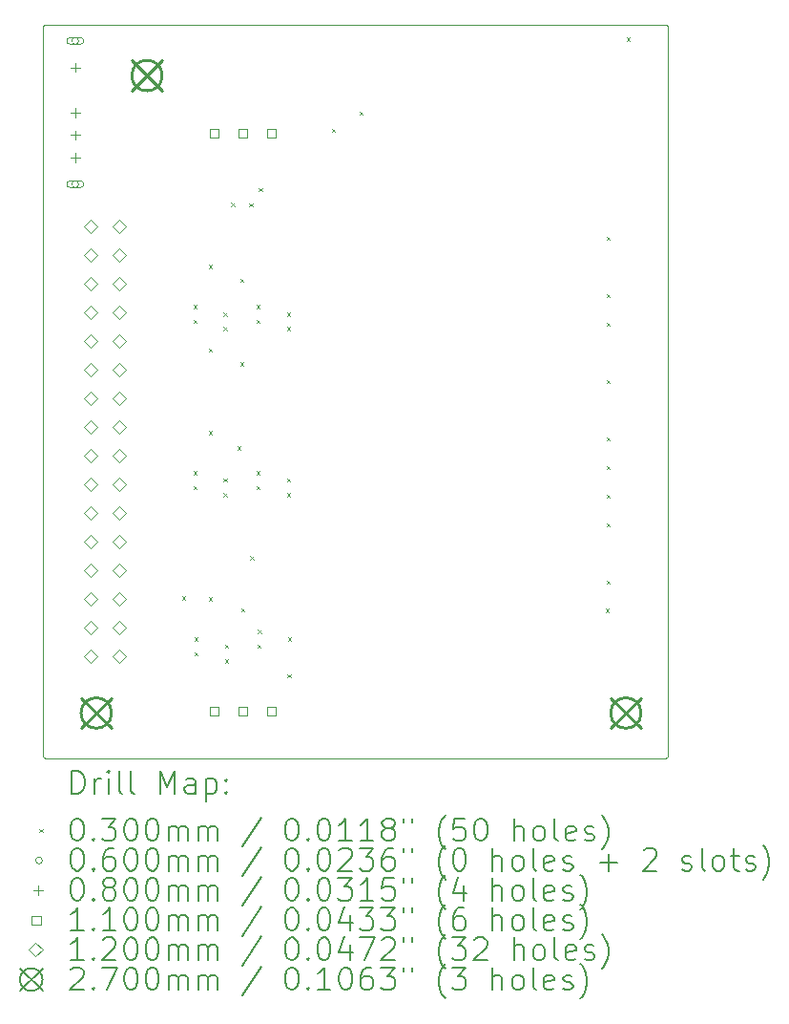
<source format=gbr>
%TF.GenerationSoftware,KiCad,Pcbnew,8.0.6*%
%TF.CreationDate,2024-11-27T08:06:24+01:00*%
%TF.ProjectId,jitx-design,6a697478-2d64-4657-9369-676e2e6b6963,rev?*%
%TF.SameCoordinates,Original*%
%TF.FileFunction,Drillmap*%
%TF.FilePolarity,Positive*%
%FSLAX45Y45*%
G04 Gerber Fmt 4.5, Leading zero omitted, Abs format (unit mm)*
G04 Created by KiCad (PCBNEW 8.0.6) date 2024-11-27 08:06:24*
%MOMM*%
%LPD*%
G01*
G04 APERTURE LIST*
%ADD10C,0.050000*%
%ADD11C,0.200000*%
%ADD12C,0.100000*%
%ADD13C,0.110000*%
%ADD14C,0.120000*%
%ADD15C,0.270000*%
G04 APERTURE END LIST*
D10*
X16720787Y-7561111D02*
X16717678Y-7557322D01*
X16717678Y-7557322D02*
X16713889Y-7554213D01*
X11186111Y-14045787D02*
X11190433Y-14048097D01*
X11195123Y-7550480D02*
X11190433Y-7551903D01*
X16724520Y-7570123D02*
X16723097Y-7565433D01*
X11175480Y-14029877D02*
X11176903Y-14034567D01*
X16720787Y-14038889D02*
X16723097Y-14034567D01*
X11186111Y-7554213D02*
X11182322Y-7557322D01*
X16717678Y-14042678D02*
X16720787Y-14038889D01*
X11190433Y-7551903D02*
X11186111Y-7554213D01*
X11200000Y-7550000D02*
X11195123Y-7550480D01*
X11182322Y-7557322D02*
X11179213Y-7561111D01*
X11200000Y-14050000D02*
X16700000Y-14050000D01*
X11176903Y-14034567D02*
X11179213Y-14038889D01*
X16709567Y-14048097D02*
X16713889Y-14045787D01*
X16709567Y-7551903D02*
X16704877Y-7550480D01*
X11190433Y-14048097D02*
X11195123Y-14049520D01*
X16700000Y-7550000D02*
X11200000Y-7550000D01*
X16725000Y-7575000D02*
X16724520Y-7570123D01*
X11175000Y-14025000D02*
X11175480Y-14029877D01*
X11175000Y-7575000D02*
X11175000Y-14025000D01*
X16704877Y-7550480D02*
X16700000Y-7550000D01*
X11179213Y-7561111D02*
X11176903Y-7565433D01*
X16700000Y-14050000D02*
X16704877Y-14049520D01*
X16725000Y-14025000D02*
X16725000Y-7575000D01*
X11195123Y-14049520D02*
X11200000Y-14050000D01*
X16704877Y-14049520D02*
X16709567Y-14048097D01*
X11182322Y-14042678D02*
X11186111Y-14045787D01*
X16713889Y-7554213D02*
X16709567Y-7551903D01*
X11179213Y-14038889D02*
X11182322Y-14042678D01*
X11176903Y-7565433D02*
X11175480Y-7570123D01*
X16723097Y-7565433D02*
X16720787Y-7561111D01*
X11175480Y-7570123D02*
X11175000Y-7575000D01*
X16713889Y-14045787D02*
X16717678Y-14042678D01*
X16723097Y-14034567D02*
X16724520Y-14029877D01*
X16724520Y-14029877D02*
X16725000Y-14025000D01*
D11*
D12*
X12409443Y-12613373D02*
X12439443Y-12643373D01*
X12439443Y-12613373D02*
X12409443Y-12643373D01*
X12510841Y-10033790D02*
X12540841Y-10063790D01*
X12540841Y-10033790D02*
X12510841Y-10063790D01*
X12510841Y-10163790D02*
X12540841Y-10193790D01*
X12540841Y-10163790D02*
X12510841Y-10193790D01*
X12510841Y-11506347D02*
X12540841Y-11536347D01*
X12540841Y-11506347D02*
X12510841Y-11536347D01*
X12510841Y-11636347D02*
X12540841Y-11666347D01*
X12540841Y-11636347D02*
X12510841Y-11666347D01*
X12520841Y-12978904D02*
X12550841Y-13008904D01*
X12550841Y-12978904D02*
X12520841Y-13008904D01*
X12520841Y-13108904D02*
X12550841Y-13138904D01*
X12550841Y-13108904D02*
X12520841Y-13138904D01*
X12645841Y-9677512D02*
X12675841Y-9707512D01*
X12675841Y-9677512D02*
X12645841Y-9707512D01*
X12645841Y-10418454D02*
X12675841Y-10448454D01*
X12675841Y-10418454D02*
X12645841Y-10448454D01*
X12645841Y-11150069D02*
X12675841Y-11180069D01*
X12675841Y-11150069D02*
X12645841Y-11180069D01*
X12645841Y-12622625D02*
X12675841Y-12652625D01*
X12675841Y-12622625D02*
X12645841Y-12652625D01*
X12780841Y-10098790D02*
X12810841Y-10128790D01*
X12810841Y-10098790D02*
X12780841Y-10128790D01*
X12780841Y-10228790D02*
X12810841Y-10258790D01*
X12810841Y-10228790D02*
X12780841Y-10258790D01*
X12780841Y-11571347D02*
X12810841Y-11601347D01*
X12810841Y-11571347D02*
X12780841Y-11601347D01*
X12780841Y-11701347D02*
X12810841Y-11731347D01*
X12810841Y-11701347D02*
X12780841Y-11731347D01*
X12790841Y-13043904D02*
X12820841Y-13073904D01*
X12820841Y-13043904D02*
X12790841Y-13073904D01*
X12790841Y-13173904D02*
X12820841Y-13203904D01*
X12820841Y-13173904D02*
X12790841Y-13203904D01*
X12844424Y-9126614D02*
X12874424Y-9156614D01*
X12874424Y-9126614D02*
X12844424Y-9156614D01*
X12900383Y-11284200D02*
X12930383Y-11314200D01*
X12930383Y-11284200D02*
X12900383Y-11314200D01*
X12925761Y-10540633D02*
X12955761Y-10570633D01*
X12955761Y-10540633D02*
X12925761Y-10570633D01*
X12927959Y-9799550D02*
X12957959Y-9829550D01*
X12957959Y-9799550D02*
X12927959Y-9829550D01*
X12933563Y-12719917D02*
X12963563Y-12749917D01*
X12963563Y-12719917D02*
X12933563Y-12749917D01*
X13008788Y-9132544D02*
X13038788Y-9162544D01*
X13038788Y-9132544D02*
X13008788Y-9162544D01*
X13014622Y-12259944D02*
X13044622Y-12289944D01*
X13044622Y-12259944D02*
X13014622Y-12289944D01*
X13070841Y-10033790D02*
X13100841Y-10063790D01*
X13100841Y-10033790D02*
X13070841Y-10063790D01*
X13070841Y-10163790D02*
X13100841Y-10193790D01*
X13100841Y-10163790D02*
X13070841Y-10193790D01*
X13070841Y-11506347D02*
X13100841Y-11536347D01*
X13100841Y-11506347D02*
X13070841Y-11536347D01*
X13070841Y-11636347D02*
X13100841Y-11666347D01*
X13100841Y-11636347D02*
X13070841Y-11666347D01*
X13080841Y-13043904D02*
X13110841Y-13073904D01*
X13110841Y-13043904D02*
X13080841Y-13073904D01*
X13081592Y-12910663D02*
X13111592Y-12940663D01*
X13111592Y-12910663D02*
X13081592Y-12940663D01*
X13090761Y-8996249D02*
X13120761Y-9026249D01*
X13120761Y-8996249D02*
X13090761Y-9026249D01*
X13340841Y-10098790D02*
X13370841Y-10128790D01*
X13370841Y-10098790D02*
X13340841Y-10128790D01*
X13340841Y-10228790D02*
X13370841Y-10258790D01*
X13370841Y-10228790D02*
X13340841Y-10258790D01*
X13340841Y-11571347D02*
X13370841Y-11601347D01*
X13370841Y-11571347D02*
X13340841Y-11601347D01*
X13340841Y-11701347D02*
X13370841Y-11731347D01*
X13370841Y-11701347D02*
X13340841Y-11731347D01*
X13345237Y-13303910D02*
X13375237Y-13333910D01*
X13375237Y-13303910D02*
X13345237Y-13333910D01*
X13350841Y-12978904D02*
X13380841Y-13008904D01*
X13380841Y-12978904D02*
X13350841Y-13008904D01*
X13741506Y-8471217D02*
X13771506Y-8501217D01*
X13771506Y-8471217D02*
X13741506Y-8501217D01*
X13986309Y-8318866D02*
X14016309Y-8348866D01*
X14016309Y-8318866D02*
X13986309Y-8348866D01*
X16171241Y-12725361D02*
X16201241Y-12755361D01*
X16201241Y-12725361D02*
X16171241Y-12755361D01*
X16177350Y-9427112D02*
X16207350Y-9457112D01*
X16207350Y-9427112D02*
X16177350Y-9457112D01*
X16177350Y-9935112D02*
X16207350Y-9965112D01*
X16207350Y-9935112D02*
X16177350Y-9965112D01*
X16177350Y-10189112D02*
X16207350Y-10219112D01*
X16207350Y-10189112D02*
X16177350Y-10219112D01*
X16177350Y-10697112D02*
X16207350Y-10727112D01*
X16207350Y-10697112D02*
X16177350Y-10727112D01*
X16177350Y-11205112D02*
X16207350Y-11235112D01*
X16207350Y-11205112D02*
X16177350Y-11235112D01*
X16177350Y-11459112D02*
X16207350Y-11489112D01*
X16207350Y-11459112D02*
X16177350Y-11489112D01*
X16177350Y-11713112D02*
X16207350Y-11743112D01*
X16207350Y-11713112D02*
X16177350Y-11743112D01*
X16177350Y-11967112D02*
X16207350Y-11997112D01*
X16207350Y-11967112D02*
X16177350Y-11997112D01*
X16177350Y-12475112D02*
X16207350Y-12505112D01*
X16207350Y-12475112D02*
X16177350Y-12505112D01*
X16355638Y-7661807D02*
X16385638Y-7691807D01*
X16385638Y-7661807D02*
X16355638Y-7691807D01*
X11493503Y-7692963D02*
G75*
G02*
X11433503Y-7692963I-30000J0D01*
G01*
X11433503Y-7692963D02*
G75*
G02*
X11493503Y-7692963I30000J0D01*
G01*
X11508503Y-7662963D02*
X11418503Y-7662963D01*
X11418503Y-7722963D02*
G75*
G02*
X11418503Y-7662963I0J30000D01*
G01*
X11418503Y-7722963D02*
X11508503Y-7722963D01*
X11508503Y-7722963D02*
G75*
G03*
X11508503Y-7662963I0J30000D01*
G01*
X11493503Y-8962963D02*
G75*
G02*
X11433503Y-8962963I-30000J0D01*
G01*
X11433503Y-8962963D02*
G75*
G02*
X11493503Y-8962963I30000J0D01*
G01*
X11508503Y-8932963D02*
X11418503Y-8932963D01*
X11418503Y-8992963D02*
G75*
G02*
X11418503Y-8932963I0J30000D01*
G01*
X11418503Y-8992963D02*
X11508503Y-8992963D01*
X11508503Y-8992963D02*
G75*
G03*
X11508503Y-8932963I0J30000D01*
G01*
X11463503Y-7887963D02*
X11463503Y-7967963D01*
X11423503Y-7927963D02*
X11503503Y-7927963D01*
X11463503Y-8287963D02*
X11463503Y-8367963D01*
X11423503Y-8327963D02*
X11503503Y-8327963D01*
X11463503Y-8487963D02*
X11463503Y-8567963D01*
X11423503Y-8527963D02*
X11503503Y-8527963D01*
X11463503Y-8687963D02*
X11463503Y-8767963D01*
X11423503Y-8727963D02*
X11503503Y-8727963D01*
D13*
X12735760Y-8550371D02*
X12735760Y-8472589D01*
X12657978Y-8472589D01*
X12657978Y-8550371D01*
X12735760Y-8550371D01*
X12735760Y-13673884D02*
X12735760Y-13596101D01*
X12657978Y-13596101D01*
X12657978Y-13673884D01*
X12735760Y-13673884D01*
X12989760Y-8550371D02*
X12989760Y-8472589D01*
X12911978Y-8472589D01*
X12911978Y-8550371D01*
X12989760Y-8550371D01*
X12989760Y-13673884D02*
X12989760Y-13596101D01*
X12911978Y-13596101D01*
X12911978Y-13673884D01*
X12989760Y-13673884D01*
X13243760Y-8550371D02*
X13243760Y-8472589D01*
X13165978Y-8472589D01*
X13165978Y-8550371D01*
X13243760Y-8550371D01*
X13243760Y-13673884D02*
X13243760Y-13596101D01*
X13165978Y-13596101D01*
X13165978Y-13673884D01*
X13243760Y-13673884D01*
D14*
X11596794Y-9400095D02*
X11656794Y-9340095D01*
X11596794Y-9280095D01*
X11536794Y-9340095D01*
X11596794Y-9400095D01*
X11596794Y-9654095D02*
X11656794Y-9594095D01*
X11596794Y-9534095D01*
X11536794Y-9594095D01*
X11596794Y-9654095D01*
X11596794Y-9908095D02*
X11656794Y-9848095D01*
X11596794Y-9788095D01*
X11536794Y-9848095D01*
X11596794Y-9908095D01*
X11596794Y-10162095D02*
X11656794Y-10102095D01*
X11596794Y-10042095D01*
X11536794Y-10102095D01*
X11596794Y-10162095D01*
X11596794Y-10416095D02*
X11656794Y-10356095D01*
X11596794Y-10296095D01*
X11536794Y-10356095D01*
X11596794Y-10416095D01*
X11596794Y-10670095D02*
X11656794Y-10610095D01*
X11596794Y-10550095D01*
X11536794Y-10610095D01*
X11596794Y-10670095D01*
X11596794Y-10924095D02*
X11656794Y-10864095D01*
X11596794Y-10804095D01*
X11536794Y-10864095D01*
X11596794Y-10924095D01*
X11596794Y-11178095D02*
X11656794Y-11118095D01*
X11596794Y-11058095D01*
X11536794Y-11118095D01*
X11596794Y-11178095D01*
X11596794Y-11432095D02*
X11656794Y-11372095D01*
X11596794Y-11312095D01*
X11536794Y-11372095D01*
X11596794Y-11432095D01*
X11596794Y-11686095D02*
X11656794Y-11626095D01*
X11596794Y-11566095D01*
X11536794Y-11626095D01*
X11596794Y-11686095D01*
X11596794Y-11940095D02*
X11656794Y-11880095D01*
X11596794Y-11820095D01*
X11536794Y-11880095D01*
X11596794Y-11940095D01*
X11596794Y-12194095D02*
X11656794Y-12134095D01*
X11596794Y-12074095D01*
X11536794Y-12134095D01*
X11596794Y-12194095D01*
X11596794Y-12448095D02*
X11656794Y-12388095D01*
X11596794Y-12328095D01*
X11536794Y-12388095D01*
X11596794Y-12448095D01*
X11596794Y-12702095D02*
X11656794Y-12642095D01*
X11596794Y-12582095D01*
X11536794Y-12642095D01*
X11596794Y-12702095D01*
X11596794Y-12956095D02*
X11656794Y-12896095D01*
X11596794Y-12836095D01*
X11536794Y-12896095D01*
X11596794Y-12956095D01*
X11596794Y-13210095D02*
X11656794Y-13150095D01*
X11596794Y-13090095D01*
X11536794Y-13150095D01*
X11596794Y-13210095D01*
X11850794Y-9400095D02*
X11910794Y-9340095D01*
X11850794Y-9280095D01*
X11790794Y-9340095D01*
X11850794Y-9400095D01*
X11850794Y-9654095D02*
X11910794Y-9594095D01*
X11850794Y-9534095D01*
X11790794Y-9594095D01*
X11850794Y-9654095D01*
X11850794Y-9908095D02*
X11910794Y-9848095D01*
X11850794Y-9788095D01*
X11790794Y-9848095D01*
X11850794Y-9908095D01*
X11850794Y-10162095D02*
X11910794Y-10102095D01*
X11850794Y-10042095D01*
X11790794Y-10102095D01*
X11850794Y-10162095D01*
X11850794Y-10416095D02*
X11910794Y-10356095D01*
X11850794Y-10296095D01*
X11790794Y-10356095D01*
X11850794Y-10416095D01*
X11850794Y-10670095D02*
X11910794Y-10610095D01*
X11850794Y-10550095D01*
X11790794Y-10610095D01*
X11850794Y-10670095D01*
X11850794Y-10924095D02*
X11910794Y-10864095D01*
X11850794Y-10804095D01*
X11790794Y-10864095D01*
X11850794Y-10924095D01*
X11850794Y-11178095D02*
X11910794Y-11118095D01*
X11850794Y-11058095D01*
X11790794Y-11118095D01*
X11850794Y-11178095D01*
X11850794Y-11432095D02*
X11910794Y-11372095D01*
X11850794Y-11312095D01*
X11790794Y-11372095D01*
X11850794Y-11432095D01*
X11850794Y-11686095D02*
X11910794Y-11626095D01*
X11850794Y-11566095D01*
X11790794Y-11626095D01*
X11850794Y-11686095D01*
X11850794Y-11940095D02*
X11910794Y-11880095D01*
X11850794Y-11820095D01*
X11790794Y-11880095D01*
X11850794Y-11940095D01*
X11850794Y-12194095D02*
X11910794Y-12134095D01*
X11850794Y-12074095D01*
X11790794Y-12134095D01*
X11850794Y-12194095D01*
X11850794Y-12448095D02*
X11910794Y-12388095D01*
X11850794Y-12328095D01*
X11790794Y-12388095D01*
X11850794Y-12448095D01*
X11850794Y-12702095D02*
X11910794Y-12642095D01*
X11850794Y-12582095D01*
X11790794Y-12642095D01*
X11850794Y-12702095D01*
X11850794Y-12956095D02*
X11910794Y-12896095D01*
X11850794Y-12836095D01*
X11790794Y-12896095D01*
X11850794Y-12956095D01*
X11850794Y-13210095D02*
X11910794Y-13150095D01*
X11850794Y-13090095D01*
X11790794Y-13150095D01*
X11850794Y-13210095D01*
D15*
X11515000Y-13515000D02*
X11785000Y-13785000D01*
X11785000Y-13515000D02*
X11515000Y-13785000D01*
X11785000Y-13650000D02*
G75*
G02*
X11515000Y-13650000I-135000J0D01*
G01*
X11515000Y-13650000D02*
G75*
G02*
X11785000Y-13650000I135000J0D01*
G01*
X11965000Y-7865000D02*
X12235000Y-8135000D01*
X12235000Y-7865000D02*
X11965000Y-8135000D01*
X12235000Y-8000000D02*
G75*
G02*
X11965000Y-8000000I-135000J0D01*
G01*
X11965000Y-8000000D02*
G75*
G02*
X12235000Y-8000000I135000J0D01*
G01*
X16215000Y-13515000D02*
X16485000Y-13785000D01*
X16485000Y-13515000D02*
X16215000Y-13785000D01*
X16485000Y-13650000D02*
G75*
G02*
X16215000Y-13650000I-135000J0D01*
G01*
X16215000Y-13650000D02*
G75*
G02*
X16485000Y-13650000I135000J0D01*
G01*
D11*
X11433277Y-14363984D02*
X11433277Y-14163984D01*
X11433277Y-14163984D02*
X11480896Y-14163984D01*
X11480896Y-14163984D02*
X11509467Y-14173508D01*
X11509467Y-14173508D02*
X11528515Y-14192555D01*
X11528515Y-14192555D02*
X11538039Y-14211603D01*
X11538039Y-14211603D02*
X11547562Y-14249698D01*
X11547562Y-14249698D02*
X11547562Y-14278269D01*
X11547562Y-14278269D02*
X11538039Y-14316365D01*
X11538039Y-14316365D02*
X11528515Y-14335412D01*
X11528515Y-14335412D02*
X11509467Y-14354460D01*
X11509467Y-14354460D02*
X11480896Y-14363984D01*
X11480896Y-14363984D02*
X11433277Y-14363984D01*
X11633277Y-14363984D02*
X11633277Y-14230650D01*
X11633277Y-14268746D02*
X11642801Y-14249698D01*
X11642801Y-14249698D02*
X11652324Y-14240174D01*
X11652324Y-14240174D02*
X11671372Y-14230650D01*
X11671372Y-14230650D02*
X11690420Y-14230650D01*
X11757086Y-14363984D02*
X11757086Y-14230650D01*
X11757086Y-14163984D02*
X11747562Y-14173508D01*
X11747562Y-14173508D02*
X11757086Y-14183031D01*
X11757086Y-14183031D02*
X11766610Y-14173508D01*
X11766610Y-14173508D02*
X11757086Y-14163984D01*
X11757086Y-14163984D02*
X11757086Y-14183031D01*
X11880896Y-14363984D02*
X11861848Y-14354460D01*
X11861848Y-14354460D02*
X11852324Y-14335412D01*
X11852324Y-14335412D02*
X11852324Y-14163984D01*
X11985658Y-14363984D02*
X11966610Y-14354460D01*
X11966610Y-14354460D02*
X11957086Y-14335412D01*
X11957086Y-14335412D02*
X11957086Y-14163984D01*
X12214229Y-14363984D02*
X12214229Y-14163984D01*
X12214229Y-14163984D02*
X12280896Y-14306841D01*
X12280896Y-14306841D02*
X12347562Y-14163984D01*
X12347562Y-14163984D02*
X12347562Y-14363984D01*
X12528515Y-14363984D02*
X12528515Y-14259222D01*
X12528515Y-14259222D02*
X12518991Y-14240174D01*
X12518991Y-14240174D02*
X12499943Y-14230650D01*
X12499943Y-14230650D02*
X12461848Y-14230650D01*
X12461848Y-14230650D02*
X12442801Y-14240174D01*
X12528515Y-14354460D02*
X12509467Y-14363984D01*
X12509467Y-14363984D02*
X12461848Y-14363984D01*
X12461848Y-14363984D02*
X12442801Y-14354460D01*
X12442801Y-14354460D02*
X12433277Y-14335412D01*
X12433277Y-14335412D02*
X12433277Y-14316365D01*
X12433277Y-14316365D02*
X12442801Y-14297317D01*
X12442801Y-14297317D02*
X12461848Y-14287793D01*
X12461848Y-14287793D02*
X12509467Y-14287793D01*
X12509467Y-14287793D02*
X12528515Y-14278269D01*
X12623753Y-14230650D02*
X12623753Y-14430650D01*
X12623753Y-14240174D02*
X12642801Y-14230650D01*
X12642801Y-14230650D02*
X12680896Y-14230650D01*
X12680896Y-14230650D02*
X12699943Y-14240174D01*
X12699943Y-14240174D02*
X12709467Y-14249698D01*
X12709467Y-14249698D02*
X12718991Y-14268746D01*
X12718991Y-14268746D02*
X12718991Y-14325888D01*
X12718991Y-14325888D02*
X12709467Y-14344936D01*
X12709467Y-14344936D02*
X12699943Y-14354460D01*
X12699943Y-14354460D02*
X12680896Y-14363984D01*
X12680896Y-14363984D02*
X12642801Y-14363984D01*
X12642801Y-14363984D02*
X12623753Y-14354460D01*
X12804705Y-14344936D02*
X12814229Y-14354460D01*
X12814229Y-14354460D02*
X12804705Y-14363984D01*
X12804705Y-14363984D02*
X12795182Y-14354460D01*
X12795182Y-14354460D02*
X12804705Y-14344936D01*
X12804705Y-14344936D02*
X12804705Y-14363984D01*
X12804705Y-14240174D02*
X12814229Y-14249698D01*
X12814229Y-14249698D02*
X12804705Y-14259222D01*
X12804705Y-14259222D02*
X12795182Y-14249698D01*
X12795182Y-14249698D02*
X12804705Y-14240174D01*
X12804705Y-14240174D02*
X12804705Y-14259222D01*
D12*
X11142500Y-14677500D02*
X11172500Y-14707500D01*
X11172500Y-14677500D02*
X11142500Y-14707500D01*
D11*
X11471372Y-14583984D02*
X11490420Y-14583984D01*
X11490420Y-14583984D02*
X11509467Y-14593508D01*
X11509467Y-14593508D02*
X11518991Y-14603031D01*
X11518991Y-14603031D02*
X11528515Y-14622079D01*
X11528515Y-14622079D02*
X11538039Y-14660174D01*
X11538039Y-14660174D02*
X11538039Y-14707793D01*
X11538039Y-14707793D02*
X11528515Y-14745888D01*
X11528515Y-14745888D02*
X11518991Y-14764936D01*
X11518991Y-14764936D02*
X11509467Y-14774460D01*
X11509467Y-14774460D02*
X11490420Y-14783984D01*
X11490420Y-14783984D02*
X11471372Y-14783984D01*
X11471372Y-14783984D02*
X11452324Y-14774460D01*
X11452324Y-14774460D02*
X11442801Y-14764936D01*
X11442801Y-14764936D02*
X11433277Y-14745888D01*
X11433277Y-14745888D02*
X11423753Y-14707793D01*
X11423753Y-14707793D02*
X11423753Y-14660174D01*
X11423753Y-14660174D02*
X11433277Y-14622079D01*
X11433277Y-14622079D02*
X11442801Y-14603031D01*
X11442801Y-14603031D02*
X11452324Y-14593508D01*
X11452324Y-14593508D02*
X11471372Y-14583984D01*
X11623753Y-14764936D02*
X11633277Y-14774460D01*
X11633277Y-14774460D02*
X11623753Y-14783984D01*
X11623753Y-14783984D02*
X11614229Y-14774460D01*
X11614229Y-14774460D02*
X11623753Y-14764936D01*
X11623753Y-14764936D02*
X11623753Y-14783984D01*
X11699943Y-14583984D02*
X11823753Y-14583984D01*
X11823753Y-14583984D02*
X11757086Y-14660174D01*
X11757086Y-14660174D02*
X11785658Y-14660174D01*
X11785658Y-14660174D02*
X11804705Y-14669698D01*
X11804705Y-14669698D02*
X11814229Y-14679222D01*
X11814229Y-14679222D02*
X11823753Y-14698269D01*
X11823753Y-14698269D02*
X11823753Y-14745888D01*
X11823753Y-14745888D02*
X11814229Y-14764936D01*
X11814229Y-14764936D02*
X11804705Y-14774460D01*
X11804705Y-14774460D02*
X11785658Y-14783984D01*
X11785658Y-14783984D02*
X11728515Y-14783984D01*
X11728515Y-14783984D02*
X11709467Y-14774460D01*
X11709467Y-14774460D02*
X11699943Y-14764936D01*
X11947562Y-14583984D02*
X11966610Y-14583984D01*
X11966610Y-14583984D02*
X11985658Y-14593508D01*
X11985658Y-14593508D02*
X11995182Y-14603031D01*
X11995182Y-14603031D02*
X12004705Y-14622079D01*
X12004705Y-14622079D02*
X12014229Y-14660174D01*
X12014229Y-14660174D02*
X12014229Y-14707793D01*
X12014229Y-14707793D02*
X12004705Y-14745888D01*
X12004705Y-14745888D02*
X11995182Y-14764936D01*
X11995182Y-14764936D02*
X11985658Y-14774460D01*
X11985658Y-14774460D02*
X11966610Y-14783984D01*
X11966610Y-14783984D02*
X11947562Y-14783984D01*
X11947562Y-14783984D02*
X11928515Y-14774460D01*
X11928515Y-14774460D02*
X11918991Y-14764936D01*
X11918991Y-14764936D02*
X11909467Y-14745888D01*
X11909467Y-14745888D02*
X11899943Y-14707793D01*
X11899943Y-14707793D02*
X11899943Y-14660174D01*
X11899943Y-14660174D02*
X11909467Y-14622079D01*
X11909467Y-14622079D02*
X11918991Y-14603031D01*
X11918991Y-14603031D02*
X11928515Y-14593508D01*
X11928515Y-14593508D02*
X11947562Y-14583984D01*
X12138039Y-14583984D02*
X12157086Y-14583984D01*
X12157086Y-14583984D02*
X12176134Y-14593508D01*
X12176134Y-14593508D02*
X12185658Y-14603031D01*
X12185658Y-14603031D02*
X12195182Y-14622079D01*
X12195182Y-14622079D02*
X12204705Y-14660174D01*
X12204705Y-14660174D02*
X12204705Y-14707793D01*
X12204705Y-14707793D02*
X12195182Y-14745888D01*
X12195182Y-14745888D02*
X12185658Y-14764936D01*
X12185658Y-14764936D02*
X12176134Y-14774460D01*
X12176134Y-14774460D02*
X12157086Y-14783984D01*
X12157086Y-14783984D02*
X12138039Y-14783984D01*
X12138039Y-14783984D02*
X12118991Y-14774460D01*
X12118991Y-14774460D02*
X12109467Y-14764936D01*
X12109467Y-14764936D02*
X12099943Y-14745888D01*
X12099943Y-14745888D02*
X12090420Y-14707793D01*
X12090420Y-14707793D02*
X12090420Y-14660174D01*
X12090420Y-14660174D02*
X12099943Y-14622079D01*
X12099943Y-14622079D02*
X12109467Y-14603031D01*
X12109467Y-14603031D02*
X12118991Y-14593508D01*
X12118991Y-14593508D02*
X12138039Y-14583984D01*
X12290420Y-14783984D02*
X12290420Y-14650650D01*
X12290420Y-14669698D02*
X12299943Y-14660174D01*
X12299943Y-14660174D02*
X12318991Y-14650650D01*
X12318991Y-14650650D02*
X12347563Y-14650650D01*
X12347563Y-14650650D02*
X12366610Y-14660174D01*
X12366610Y-14660174D02*
X12376134Y-14679222D01*
X12376134Y-14679222D02*
X12376134Y-14783984D01*
X12376134Y-14679222D02*
X12385658Y-14660174D01*
X12385658Y-14660174D02*
X12404705Y-14650650D01*
X12404705Y-14650650D02*
X12433277Y-14650650D01*
X12433277Y-14650650D02*
X12452324Y-14660174D01*
X12452324Y-14660174D02*
X12461848Y-14679222D01*
X12461848Y-14679222D02*
X12461848Y-14783984D01*
X12557086Y-14783984D02*
X12557086Y-14650650D01*
X12557086Y-14669698D02*
X12566610Y-14660174D01*
X12566610Y-14660174D02*
X12585658Y-14650650D01*
X12585658Y-14650650D02*
X12614229Y-14650650D01*
X12614229Y-14650650D02*
X12633277Y-14660174D01*
X12633277Y-14660174D02*
X12642801Y-14679222D01*
X12642801Y-14679222D02*
X12642801Y-14783984D01*
X12642801Y-14679222D02*
X12652324Y-14660174D01*
X12652324Y-14660174D02*
X12671372Y-14650650D01*
X12671372Y-14650650D02*
X12699943Y-14650650D01*
X12699943Y-14650650D02*
X12718991Y-14660174D01*
X12718991Y-14660174D02*
X12728515Y-14679222D01*
X12728515Y-14679222D02*
X12728515Y-14783984D01*
X13118991Y-14574460D02*
X12947563Y-14831603D01*
X13376134Y-14583984D02*
X13395182Y-14583984D01*
X13395182Y-14583984D02*
X13414229Y-14593508D01*
X13414229Y-14593508D02*
X13423753Y-14603031D01*
X13423753Y-14603031D02*
X13433277Y-14622079D01*
X13433277Y-14622079D02*
X13442801Y-14660174D01*
X13442801Y-14660174D02*
X13442801Y-14707793D01*
X13442801Y-14707793D02*
X13433277Y-14745888D01*
X13433277Y-14745888D02*
X13423753Y-14764936D01*
X13423753Y-14764936D02*
X13414229Y-14774460D01*
X13414229Y-14774460D02*
X13395182Y-14783984D01*
X13395182Y-14783984D02*
X13376134Y-14783984D01*
X13376134Y-14783984D02*
X13357086Y-14774460D01*
X13357086Y-14774460D02*
X13347563Y-14764936D01*
X13347563Y-14764936D02*
X13338039Y-14745888D01*
X13338039Y-14745888D02*
X13328515Y-14707793D01*
X13328515Y-14707793D02*
X13328515Y-14660174D01*
X13328515Y-14660174D02*
X13338039Y-14622079D01*
X13338039Y-14622079D02*
X13347563Y-14603031D01*
X13347563Y-14603031D02*
X13357086Y-14593508D01*
X13357086Y-14593508D02*
X13376134Y-14583984D01*
X13528515Y-14764936D02*
X13538039Y-14774460D01*
X13538039Y-14774460D02*
X13528515Y-14783984D01*
X13528515Y-14783984D02*
X13518991Y-14774460D01*
X13518991Y-14774460D02*
X13528515Y-14764936D01*
X13528515Y-14764936D02*
X13528515Y-14783984D01*
X13661848Y-14583984D02*
X13680896Y-14583984D01*
X13680896Y-14583984D02*
X13699944Y-14593508D01*
X13699944Y-14593508D02*
X13709467Y-14603031D01*
X13709467Y-14603031D02*
X13718991Y-14622079D01*
X13718991Y-14622079D02*
X13728515Y-14660174D01*
X13728515Y-14660174D02*
X13728515Y-14707793D01*
X13728515Y-14707793D02*
X13718991Y-14745888D01*
X13718991Y-14745888D02*
X13709467Y-14764936D01*
X13709467Y-14764936D02*
X13699944Y-14774460D01*
X13699944Y-14774460D02*
X13680896Y-14783984D01*
X13680896Y-14783984D02*
X13661848Y-14783984D01*
X13661848Y-14783984D02*
X13642801Y-14774460D01*
X13642801Y-14774460D02*
X13633277Y-14764936D01*
X13633277Y-14764936D02*
X13623753Y-14745888D01*
X13623753Y-14745888D02*
X13614229Y-14707793D01*
X13614229Y-14707793D02*
X13614229Y-14660174D01*
X13614229Y-14660174D02*
X13623753Y-14622079D01*
X13623753Y-14622079D02*
X13633277Y-14603031D01*
X13633277Y-14603031D02*
X13642801Y-14593508D01*
X13642801Y-14593508D02*
X13661848Y-14583984D01*
X13918991Y-14783984D02*
X13804706Y-14783984D01*
X13861848Y-14783984D02*
X13861848Y-14583984D01*
X13861848Y-14583984D02*
X13842801Y-14612555D01*
X13842801Y-14612555D02*
X13823753Y-14631603D01*
X13823753Y-14631603D02*
X13804706Y-14641127D01*
X14109467Y-14783984D02*
X13995182Y-14783984D01*
X14052325Y-14783984D02*
X14052325Y-14583984D01*
X14052325Y-14583984D02*
X14033277Y-14612555D01*
X14033277Y-14612555D02*
X14014229Y-14631603D01*
X14014229Y-14631603D02*
X13995182Y-14641127D01*
X14223753Y-14669698D02*
X14204706Y-14660174D01*
X14204706Y-14660174D02*
X14195182Y-14650650D01*
X14195182Y-14650650D02*
X14185658Y-14631603D01*
X14185658Y-14631603D02*
X14185658Y-14622079D01*
X14185658Y-14622079D02*
X14195182Y-14603031D01*
X14195182Y-14603031D02*
X14204706Y-14593508D01*
X14204706Y-14593508D02*
X14223753Y-14583984D01*
X14223753Y-14583984D02*
X14261848Y-14583984D01*
X14261848Y-14583984D02*
X14280896Y-14593508D01*
X14280896Y-14593508D02*
X14290420Y-14603031D01*
X14290420Y-14603031D02*
X14299944Y-14622079D01*
X14299944Y-14622079D02*
X14299944Y-14631603D01*
X14299944Y-14631603D02*
X14290420Y-14650650D01*
X14290420Y-14650650D02*
X14280896Y-14660174D01*
X14280896Y-14660174D02*
X14261848Y-14669698D01*
X14261848Y-14669698D02*
X14223753Y-14669698D01*
X14223753Y-14669698D02*
X14204706Y-14679222D01*
X14204706Y-14679222D02*
X14195182Y-14688746D01*
X14195182Y-14688746D02*
X14185658Y-14707793D01*
X14185658Y-14707793D02*
X14185658Y-14745888D01*
X14185658Y-14745888D02*
X14195182Y-14764936D01*
X14195182Y-14764936D02*
X14204706Y-14774460D01*
X14204706Y-14774460D02*
X14223753Y-14783984D01*
X14223753Y-14783984D02*
X14261848Y-14783984D01*
X14261848Y-14783984D02*
X14280896Y-14774460D01*
X14280896Y-14774460D02*
X14290420Y-14764936D01*
X14290420Y-14764936D02*
X14299944Y-14745888D01*
X14299944Y-14745888D02*
X14299944Y-14707793D01*
X14299944Y-14707793D02*
X14290420Y-14688746D01*
X14290420Y-14688746D02*
X14280896Y-14679222D01*
X14280896Y-14679222D02*
X14261848Y-14669698D01*
X14376134Y-14583984D02*
X14376134Y-14622079D01*
X14452325Y-14583984D02*
X14452325Y-14622079D01*
X14747563Y-14860174D02*
X14738039Y-14850650D01*
X14738039Y-14850650D02*
X14718991Y-14822079D01*
X14718991Y-14822079D02*
X14709468Y-14803031D01*
X14709468Y-14803031D02*
X14699944Y-14774460D01*
X14699944Y-14774460D02*
X14690420Y-14726841D01*
X14690420Y-14726841D02*
X14690420Y-14688746D01*
X14690420Y-14688746D02*
X14699944Y-14641127D01*
X14699944Y-14641127D02*
X14709468Y-14612555D01*
X14709468Y-14612555D02*
X14718991Y-14593508D01*
X14718991Y-14593508D02*
X14738039Y-14564936D01*
X14738039Y-14564936D02*
X14747563Y-14555412D01*
X14918991Y-14583984D02*
X14823753Y-14583984D01*
X14823753Y-14583984D02*
X14814229Y-14679222D01*
X14814229Y-14679222D02*
X14823753Y-14669698D01*
X14823753Y-14669698D02*
X14842801Y-14660174D01*
X14842801Y-14660174D02*
X14890420Y-14660174D01*
X14890420Y-14660174D02*
X14909468Y-14669698D01*
X14909468Y-14669698D02*
X14918991Y-14679222D01*
X14918991Y-14679222D02*
X14928515Y-14698269D01*
X14928515Y-14698269D02*
X14928515Y-14745888D01*
X14928515Y-14745888D02*
X14918991Y-14764936D01*
X14918991Y-14764936D02*
X14909468Y-14774460D01*
X14909468Y-14774460D02*
X14890420Y-14783984D01*
X14890420Y-14783984D02*
X14842801Y-14783984D01*
X14842801Y-14783984D02*
X14823753Y-14774460D01*
X14823753Y-14774460D02*
X14814229Y-14764936D01*
X15052325Y-14583984D02*
X15071372Y-14583984D01*
X15071372Y-14583984D02*
X15090420Y-14593508D01*
X15090420Y-14593508D02*
X15099944Y-14603031D01*
X15099944Y-14603031D02*
X15109468Y-14622079D01*
X15109468Y-14622079D02*
X15118991Y-14660174D01*
X15118991Y-14660174D02*
X15118991Y-14707793D01*
X15118991Y-14707793D02*
X15109468Y-14745888D01*
X15109468Y-14745888D02*
X15099944Y-14764936D01*
X15099944Y-14764936D02*
X15090420Y-14774460D01*
X15090420Y-14774460D02*
X15071372Y-14783984D01*
X15071372Y-14783984D02*
X15052325Y-14783984D01*
X15052325Y-14783984D02*
X15033277Y-14774460D01*
X15033277Y-14774460D02*
X15023753Y-14764936D01*
X15023753Y-14764936D02*
X15014229Y-14745888D01*
X15014229Y-14745888D02*
X15004706Y-14707793D01*
X15004706Y-14707793D02*
X15004706Y-14660174D01*
X15004706Y-14660174D02*
X15014229Y-14622079D01*
X15014229Y-14622079D02*
X15023753Y-14603031D01*
X15023753Y-14603031D02*
X15033277Y-14593508D01*
X15033277Y-14593508D02*
X15052325Y-14583984D01*
X15357087Y-14783984D02*
X15357087Y-14583984D01*
X15442801Y-14783984D02*
X15442801Y-14679222D01*
X15442801Y-14679222D02*
X15433277Y-14660174D01*
X15433277Y-14660174D02*
X15414230Y-14650650D01*
X15414230Y-14650650D02*
X15385658Y-14650650D01*
X15385658Y-14650650D02*
X15366610Y-14660174D01*
X15366610Y-14660174D02*
X15357087Y-14669698D01*
X15566610Y-14783984D02*
X15547563Y-14774460D01*
X15547563Y-14774460D02*
X15538039Y-14764936D01*
X15538039Y-14764936D02*
X15528515Y-14745888D01*
X15528515Y-14745888D02*
X15528515Y-14688746D01*
X15528515Y-14688746D02*
X15538039Y-14669698D01*
X15538039Y-14669698D02*
X15547563Y-14660174D01*
X15547563Y-14660174D02*
X15566610Y-14650650D01*
X15566610Y-14650650D02*
X15595182Y-14650650D01*
X15595182Y-14650650D02*
X15614230Y-14660174D01*
X15614230Y-14660174D02*
X15623753Y-14669698D01*
X15623753Y-14669698D02*
X15633277Y-14688746D01*
X15633277Y-14688746D02*
X15633277Y-14745888D01*
X15633277Y-14745888D02*
X15623753Y-14764936D01*
X15623753Y-14764936D02*
X15614230Y-14774460D01*
X15614230Y-14774460D02*
X15595182Y-14783984D01*
X15595182Y-14783984D02*
X15566610Y-14783984D01*
X15747563Y-14783984D02*
X15728515Y-14774460D01*
X15728515Y-14774460D02*
X15718991Y-14755412D01*
X15718991Y-14755412D02*
X15718991Y-14583984D01*
X15899944Y-14774460D02*
X15880896Y-14783984D01*
X15880896Y-14783984D02*
X15842801Y-14783984D01*
X15842801Y-14783984D02*
X15823753Y-14774460D01*
X15823753Y-14774460D02*
X15814230Y-14755412D01*
X15814230Y-14755412D02*
X15814230Y-14679222D01*
X15814230Y-14679222D02*
X15823753Y-14660174D01*
X15823753Y-14660174D02*
X15842801Y-14650650D01*
X15842801Y-14650650D02*
X15880896Y-14650650D01*
X15880896Y-14650650D02*
X15899944Y-14660174D01*
X15899944Y-14660174D02*
X15909468Y-14679222D01*
X15909468Y-14679222D02*
X15909468Y-14698269D01*
X15909468Y-14698269D02*
X15814230Y-14717317D01*
X15985658Y-14774460D02*
X16004706Y-14783984D01*
X16004706Y-14783984D02*
X16042801Y-14783984D01*
X16042801Y-14783984D02*
X16061849Y-14774460D01*
X16061849Y-14774460D02*
X16071372Y-14755412D01*
X16071372Y-14755412D02*
X16071372Y-14745888D01*
X16071372Y-14745888D02*
X16061849Y-14726841D01*
X16061849Y-14726841D02*
X16042801Y-14717317D01*
X16042801Y-14717317D02*
X16014230Y-14717317D01*
X16014230Y-14717317D02*
X15995182Y-14707793D01*
X15995182Y-14707793D02*
X15985658Y-14688746D01*
X15985658Y-14688746D02*
X15985658Y-14679222D01*
X15985658Y-14679222D02*
X15995182Y-14660174D01*
X15995182Y-14660174D02*
X16014230Y-14650650D01*
X16014230Y-14650650D02*
X16042801Y-14650650D01*
X16042801Y-14650650D02*
X16061849Y-14660174D01*
X16138039Y-14860174D02*
X16147563Y-14850650D01*
X16147563Y-14850650D02*
X16166611Y-14822079D01*
X16166611Y-14822079D02*
X16176134Y-14803031D01*
X16176134Y-14803031D02*
X16185658Y-14774460D01*
X16185658Y-14774460D02*
X16195182Y-14726841D01*
X16195182Y-14726841D02*
X16195182Y-14688746D01*
X16195182Y-14688746D02*
X16185658Y-14641127D01*
X16185658Y-14641127D02*
X16176134Y-14612555D01*
X16176134Y-14612555D02*
X16166611Y-14593508D01*
X16166611Y-14593508D02*
X16147563Y-14564936D01*
X16147563Y-14564936D02*
X16138039Y-14555412D01*
D12*
X11172500Y-14956500D02*
G75*
G02*
X11112500Y-14956500I-30000J0D01*
G01*
X11112500Y-14956500D02*
G75*
G02*
X11172500Y-14956500I30000J0D01*
G01*
D11*
X11471372Y-14847984D02*
X11490420Y-14847984D01*
X11490420Y-14847984D02*
X11509467Y-14857508D01*
X11509467Y-14857508D02*
X11518991Y-14867031D01*
X11518991Y-14867031D02*
X11528515Y-14886079D01*
X11528515Y-14886079D02*
X11538039Y-14924174D01*
X11538039Y-14924174D02*
X11538039Y-14971793D01*
X11538039Y-14971793D02*
X11528515Y-15009888D01*
X11528515Y-15009888D02*
X11518991Y-15028936D01*
X11518991Y-15028936D02*
X11509467Y-15038460D01*
X11509467Y-15038460D02*
X11490420Y-15047984D01*
X11490420Y-15047984D02*
X11471372Y-15047984D01*
X11471372Y-15047984D02*
X11452324Y-15038460D01*
X11452324Y-15038460D02*
X11442801Y-15028936D01*
X11442801Y-15028936D02*
X11433277Y-15009888D01*
X11433277Y-15009888D02*
X11423753Y-14971793D01*
X11423753Y-14971793D02*
X11423753Y-14924174D01*
X11423753Y-14924174D02*
X11433277Y-14886079D01*
X11433277Y-14886079D02*
X11442801Y-14867031D01*
X11442801Y-14867031D02*
X11452324Y-14857508D01*
X11452324Y-14857508D02*
X11471372Y-14847984D01*
X11623753Y-15028936D02*
X11633277Y-15038460D01*
X11633277Y-15038460D02*
X11623753Y-15047984D01*
X11623753Y-15047984D02*
X11614229Y-15038460D01*
X11614229Y-15038460D02*
X11623753Y-15028936D01*
X11623753Y-15028936D02*
X11623753Y-15047984D01*
X11804705Y-14847984D02*
X11766610Y-14847984D01*
X11766610Y-14847984D02*
X11747562Y-14857508D01*
X11747562Y-14857508D02*
X11738039Y-14867031D01*
X11738039Y-14867031D02*
X11718991Y-14895603D01*
X11718991Y-14895603D02*
X11709467Y-14933698D01*
X11709467Y-14933698D02*
X11709467Y-15009888D01*
X11709467Y-15009888D02*
X11718991Y-15028936D01*
X11718991Y-15028936D02*
X11728515Y-15038460D01*
X11728515Y-15038460D02*
X11747562Y-15047984D01*
X11747562Y-15047984D02*
X11785658Y-15047984D01*
X11785658Y-15047984D02*
X11804705Y-15038460D01*
X11804705Y-15038460D02*
X11814229Y-15028936D01*
X11814229Y-15028936D02*
X11823753Y-15009888D01*
X11823753Y-15009888D02*
X11823753Y-14962269D01*
X11823753Y-14962269D02*
X11814229Y-14943222D01*
X11814229Y-14943222D02*
X11804705Y-14933698D01*
X11804705Y-14933698D02*
X11785658Y-14924174D01*
X11785658Y-14924174D02*
X11747562Y-14924174D01*
X11747562Y-14924174D02*
X11728515Y-14933698D01*
X11728515Y-14933698D02*
X11718991Y-14943222D01*
X11718991Y-14943222D02*
X11709467Y-14962269D01*
X11947562Y-14847984D02*
X11966610Y-14847984D01*
X11966610Y-14847984D02*
X11985658Y-14857508D01*
X11985658Y-14857508D02*
X11995182Y-14867031D01*
X11995182Y-14867031D02*
X12004705Y-14886079D01*
X12004705Y-14886079D02*
X12014229Y-14924174D01*
X12014229Y-14924174D02*
X12014229Y-14971793D01*
X12014229Y-14971793D02*
X12004705Y-15009888D01*
X12004705Y-15009888D02*
X11995182Y-15028936D01*
X11995182Y-15028936D02*
X11985658Y-15038460D01*
X11985658Y-15038460D02*
X11966610Y-15047984D01*
X11966610Y-15047984D02*
X11947562Y-15047984D01*
X11947562Y-15047984D02*
X11928515Y-15038460D01*
X11928515Y-15038460D02*
X11918991Y-15028936D01*
X11918991Y-15028936D02*
X11909467Y-15009888D01*
X11909467Y-15009888D02*
X11899943Y-14971793D01*
X11899943Y-14971793D02*
X11899943Y-14924174D01*
X11899943Y-14924174D02*
X11909467Y-14886079D01*
X11909467Y-14886079D02*
X11918991Y-14867031D01*
X11918991Y-14867031D02*
X11928515Y-14857508D01*
X11928515Y-14857508D02*
X11947562Y-14847984D01*
X12138039Y-14847984D02*
X12157086Y-14847984D01*
X12157086Y-14847984D02*
X12176134Y-14857508D01*
X12176134Y-14857508D02*
X12185658Y-14867031D01*
X12185658Y-14867031D02*
X12195182Y-14886079D01*
X12195182Y-14886079D02*
X12204705Y-14924174D01*
X12204705Y-14924174D02*
X12204705Y-14971793D01*
X12204705Y-14971793D02*
X12195182Y-15009888D01*
X12195182Y-15009888D02*
X12185658Y-15028936D01*
X12185658Y-15028936D02*
X12176134Y-15038460D01*
X12176134Y-15038460D02*
X12157086Y-15047984D01*
X12157086Y-15047984D02*
X12138039Y-15047984D01*
X12138039Y-15047984D02*
X12118991Y-15038460D01*
X12118991Y-15038460D02*
X12109467Y-15028936D01*
X12109467Y-15028936D02*
X12099943Y-15009888D01*
X12099943Y-15009888D02*
X12090420Y-14971793D01*
X12090420Y-14971793D02*
X12090420Y-14924174D01*
X12090420Y-14924174D02*
X12099943Y-14886079D01*
X12099943Y-14886079D02*
X12109467Y-14867031D01*
X12109467Y-14867031D02*
X12118991Y-14857508D01*
X12118991Y-14857508D02*
X12138039Y-14847984D01*
X12290420Y-15047984D02*
X12290420Y-14914650D01*
X12290420Y-14933698D02*
X12299943Y-14924174D01*
X12299943Y-14924174D02*
X12318991Y-14914650D01*
X12318991Y-14914650D02*
X12347563Y-14914650D01*
X12347563Y-14914650D02*
X12366610Y-14924174D01*
X12366610Y-14924174D02*
X12376134Y-14943222D01*
X12376134Y-14943222D02*
X12376134Y-15047984D01*
X12376134Y-14943222D02*
X12385658Y-14924174D01*
X12385658Y-14924174D02*
X12404705Y-14914650D01*
X12404705Y-14914650D02*
X12433277Y-14914650D01*
X12433277Y-14914650D02*
X12452324Y-14924174D01*
X12452324Y-14924174D02*
X12461848Y-14943222D01*
X12461848Y-14943222D02*
X12461848Y-15047984D01*
X12557086Y-15047984D02*
X12557086Y-14914650D01*
X12557086Y-14933698D02*
X12566610Y-14924174D01*
X12566610Y-14924174D02*
X12585658Y-14914650D01*
X12585658Y-14914650D02*
X12614229Y-14914650D01*
X12614229Y-14914650D02*
X12633277Y-14924174D01*
X12633277Y-14924174D02*
X12642801Y-14943222D01*
X12642801Y-14943222D02*
X12642801Y-15047984D01*
X12642801Y-14943222D02*
X12652324Y-14924174D01*
X12652324Y-14924174D02*
X12671372Y-14914650D01*
X12671372Y-14914650D02*
X12699943Y-14914650D01*
X12699943Y-14914650D02*
X12718991Y-14924174D01*
X12718991Y-14924174D02*
X12728515Y-14943222D01*
X12728515Y-14943222D02*
X12728515Y-15047984D01*
X13118991Y-14838460D02*
X12947563Y-15095603D01*
X13376134Y-14847984D02*
X13395182Y-14847984D01*
X13395182Y-14847984D02*
X13414229Y-14857508D01*
X13414229Y-14857508D02*
X13423753Y-14867031D01*
X13423753Y-14867031D02*
X13433277Y-14886079D01*
X13433277Y-14886079D02*
X13442801Y-14924174D01*
X13442801Y-14924174D02*
X13442801Y-14971793D01*
X13442801Y-14971793D02*
X13433277Y-15009888D01*
X13433277Y-15009888D02*
X13423753Y-15028936D01*
X13423753Y-15028936D02*
X13414229Y-15038460D01*
X13414229Y-15038460D02*
X13395182Y-15047984D01*
X13395182Y-15047984D02*
X13376134Y-15047984D01*
X13376134Y-15047984D02*
X13357086Y-15038460D01*
X13357086Y-15038460D02*
X13347563Y-15028936D01*
X13347563Y-15028936D02*
X13338039Y-15009888D01*
X13338039Y-15009888D02*
X13328515Y-14971793D01*
X13328515Y-14971793D02*
X13328515Y-14924174D01*
X13328515Y-14924174D02*
X13338039Y-14886079D01*
X13338039Y-14886079D02*
X13347563Y-14867031D01*
X13347563Y-14867031D02*
X13357086Y-14857508D01*
X13357086Y-14857508D02*
X13376134Y-14847984D01*
X13528515Y-15028936D02*
X13538039Y-15038460D01*
X13538039Y-15038460D02*
X13528515Y-15047984D01*
X13528515Y-15047984D02*
X13518991Y-15038460D01*
X13518991Y-15038460D02*
X13528515Y-15028936D01*
X13528515Y-15028936D02*
X13528515Y-15047984D01*
X13661848Y-14847984D02*
X13680896Y-14847984D01*
X13680896Y-14847984D02*
X13699944Y-14857508D01*
X13699944Y-14857508D02*
X13709467Y-14867031D01*
X13709467Y-14867031D02*
X13718991Y-14886079D01*
X13718991Y-14886079D02*
X13728515Y-14924174D01*
X13728515Y-14924174D02*
X13728515Y-14971793D01*
X13728515Y-14971793D02*
X13718991Y-15009888D01*
X13718991Y-15009888D02*
X13709467Y-15028936D01*
X13709467Y-15028936D02*
X13699944Y-15038460D01*
X13699944Y-15038460D02*
X13680896Y-15047984D01*
X13680896Y-15047984D02*
X13661848Y-15047984D01*
X13661848Y-15047984D02*
X13642801Y-15038460D01*
X13642801Y-15038460D02*
X13633277Y-15028936D01*
X13633277Y-15028936D02*
X13623753Y-15009888D01*
X13623753Y-15009888D02*
X13614229Y-14971793D01*
X13614229Y-14971793D02*
X13614229Y-14924174D01*
X13614229Y-14924174D02*
X13623753Y-14886079D01*
X13623753Y-14886079D02*
X13633277Y-14867031D01*
X13633277Y-14867031D02*
X13642801Y-14857508D01*
X13642801Y-14857508D02*
X13661848Y-14847984D01*
X13804706Y-14867031D02*
X13814229Y-14857508D01*
X13814229Y-14857508D02*
X13833277Y-14847984D01*
X13833277Y-14847984D02*
X13880896Y-14847984D01*
X13880896Y-14847984D02*
X13899944Y-14857508D01*
X13899944Y-14857508D02*
X13909467Y-14867031D01*
X13909467Y-14867031D02*
X13918991Y-14886079D01*
X13918991Y-14886079D02*
X13918991Y-14905127D01*
X13918991Y-14905127D02*
X13909467Y-14933698D01*
X13909467Y-14933698D02*
X13795182Y-15047984D01*
X13795182Y-15047984D02*
X13918991Y-15047984D01*
X13985658Y-14847984D02*
X14109467Y-14847984D01*
X14109467Y-14847984D02*
X14042801Y-14924174D01*
X14042801Y-14924174D02*
X14071372Y-14924174D01*
X14071372Y-14924174D02*
X14090420Y-14933698D01*
X14090420Y-14933698D02*
X14099944Y-14943222D01*
X14099944Y-14943222D02*
X14109467Y-14962269D01*
X14109467Y-14962269D02*
X14109467Y-15009888D01*
X14109467Y-15009888D02*
X14099944Y-15028936D01*
X14099944Y-15028936D02*
X14090420Y-15038460D01*
X14090420Y-15038460D02*
X14071372Y-15047984D01*
X14071372Y-15047984D02*
X14014229Y-15047984D01*
X14014229Y-15047984D02*
X13995182Y-15038460D01*
X13995182Y-15038460D02*
X13985658Y-15028936D01*
X14280896Y-14847984D02*
X14242801Y-14847984D01*
X14242801Y-14847984D02*
X14223753Y-14857508D01*
X14223753Y-14857508D02*
X14214229Y-14867031D01*
X14214229Y-14867031D02*
X14195182Y-14895603D01*
X14195182Y-14895603D02*
X14185658Y-14933698D01*
X14185658Y-14933698D02*
X14185658Y-15009888D01*
X14185658Y-15009888D02*
X14195182Y-15028936D01*
X14195182Y-15028936D02*
X14204706Y-15038460D01*
X14204706Y-15038460D02*
X14223753Y-15047984D01*
X14223753Y-15047984D02*
X14261848Y-15047984D01*
X14261848Y-15047984D02*
X14280896Y-15038460D01*
X14280896Y-15038460D02*
X14290420Y-15028936D01*
X14290420Y-15028936D02*
X14299944Y-15009888D01*
X14299944Y-15009888D02*
X14299944Y-14962269D01*
X14299944Y-14962269D02*
X14290420Y-14943222D01*
X14290420Y-14943222D02*
X14280896Y-14933698D01*
X14280896Y-14933698D02*
X14261848Y-14924174D01*
X14261848Y-14924174D02*
X14223753Y-14924174D01*
X14223753Y-14924174D02*
X14204706Y-14933698D01*
X14204706Y-14933698D02*
X14195182Y-14943222D01*
X14195182Y-14943222D02*
X14185658Y-14962269D01*
X14376134Y-14847984D02*
X14376134Y-14886079D01*
X14452325Y-14847984D02*
X14452325Y-14886079D01*
X14747563Y-15124174D02*
X14738039Y-15114650D01*
X14738039Y-15114650D02*
X14718991Y-15086079D01*
X14718991Y-15086079D02*
X14709468Y-15067031D01*
X14709468Y-15067031D02*
X14699944Y-15038460D01*
X14699944Y-15038460D02*
X14690420Y-14990841D01*
X14690420Y-14990841D02*
X14690420Y-14952746D01*
X14690420Y-14952746D02*
X14699944Y-14905127D01*
X14699944Y-14905127D02*
X14709468Y-14876555D01*
X14709468Y-14876555D02*
X14718991Y-14857508D01*
X14718991Y-14857508D02*
X14738039Y-14828936D01*
X14738039Y-14828936D02*
X14747563Y-14819412D01*
X14861848Y-14847984D02*
X14880896Y-14847984D01*
X14880896Y-14847984D02*
X14899944Y-14857508D01*
X14899944Y-14857508D02*
X14909468Y-14867031D01*
X14909468Y-14867031D02*
X14918991Y-14886079D01*
X14918991Y-14886079D02*
X14928515Y-14924174D01*
X14928515Y-14924174D02*
X14928515Y-14971793D01*
X14928515Y-14971793D02*
X14918991Y-15009888D01*
X14918991Y-15009888D02*
X14909468Y-15028936D01*
X14909468Y-15028936D02*
X14899944Y-15038460D01*
X14899944Y-15038460D02*
X14880896Y-15047984D01*
X14880896Y-15047984D02*
X14861848Y-15047984D01*
X14861848Y-15047984D02*
X14842801Y-15038460D01*
X14842801Y-15038460D02*
X14833277Y-15028936D01*
X14833277Y-15028936D02*
X14823753Y-15009888D01*
X14823753Y-15009888D02*
X14814229Y-14971793D01*
X14814229Y-14971793D02*
X14814229Y-14924174D01*
X14814229Y-14924174D02*
X14823753Y-14886079D01*
X14823753Y-14886079D02*
X14833277Y-14867031D01*
X14833277Y-14867031D02*
X14842801Y-14857508D01*
X14842801Y-14857508D02*
X14861848Y-14847984D01*
X15166610Y-15047984D02*
X15166610Y-14847984D01*
X15252325Y-15047984D02*
X15252325Y-14943222D01*
X15252325Y-14943222D02*
X15242801Y-14924174D01*
X15242801Y-14924174D02*
X15223753Y-14914650D01*
X15223753Y-14914650D02*
X15195182Y-14914650D01*
X15195182Y-14914650D02*
X15176134Y-14924174D01*
X15176134Y-14924174D02*
X15166610Y-14933698D01*
X15376134Y-15047984D02*
X15357087Y-15038460D01*
X15357087Y-15038460D02*
X15347563Y-15028936D01*
X15347563Y-15028936D02*
X15338039Y-15009888D01*
X15338039Y-15009888D02*
X15338039Y-14952746D01*
X15338039Y-14952746D02*
X15347563Y-14933698D01*
X15347563Y-14933698D02*
X15357087Y-14924174D01*
X15357087Y-14924174D02*
X15376134Y-14914650D01*
X15376134Y-14914650D02*
X15404706Y-14914650D01*
X15404706Y-14914650D02*
X15423753Y-14924174D01*
X15423753Y-14924174D02*
X15433277Y-14933698D01*
X15433277Y-14933698D02*
X15442801Y-14952746D01*
X15442801Y-14952746D02*
X15442801Y-15009888D01*
X15442801Y-15009888D02*
X15433277Y-15028936D01*
X15433277Y-15028936D02*
X15423753Y-15038460D01*
X15423753Y-15038460D02*
X15404706Y-15047984D01*
X15404706Y-15047984D02*
X15376134Y-15047984D01*
X15557087Y-15047984D02*
X15538039Y-15038460D01*
X15538039Y-15038460D02*
X15528515Y-15019412D01*
X15528515Y-15019412D02*
X15528515Y-14847984D01*
X15709468Y-15038460D02*
X15690420Y-15047984D01*
X15690420Y-15047984D02*
X15652325Y-15047984D01*
X15652325Y-15047984D02*
X15633277Y-15038460D01*
X15633277Y-15038460D02*
X15623753Y-15019412D01*
X15623753Y-15019412D02*
X15623753Y-14943222D01*
X15623753Y-14943222D02*
X15633277Y-14924174D01*
X15633277Y-14924174D02*
X15652325Y-14914650D01*
X15652325Y-14914650D02*
X15690420Y-14914650D01*
X15690420Y-14914650D02*
X15709468Y-14924174D01*
X15709468Y-14924174D02*
X15718991Y-14943222D01*
X15718991Y-14943222D02*
X15718991Y-14962269D01*
X15718991Y-14962269D02*
X15623753Y-14981317D01*
X15795182Y-15038460D02*
X15814230Y-15047984D01*
X15814230Y-15047984D02*
X15852325Y-15047984D01*
X15852325Y-15047984D02*
X15871372Y-15038460D01*
X15871372Y-15038460D02*
X15880896Y-15019412D01*
X15880896Y-15019412D02*
X15880896Y-15009888D01*
X15880896Y-15009888D02*
X15871372Y-14990841D01*
X15871372Y-14990841D02*
X15852325Y-14981317D01*
X15852325Y-14981317D02*
X15823753Y-14981317D01*
X15823753Y-14981317D02*
X15804706Y-14971793D01*
X15804706Y-14971793D02*
X15795182Y-14952746D01*
X15795182Y-14952746D02*
X15795182Y-14943222D01*
X15795182Y-14943222D02*
X15804706Y-14924174D01*
X15804706Y-14924174D02*
X15823753Y-14914650D01*
X15823753Y-14914650D02*
X15852325Y-14914650D01*
X15852325Y-14914650D02*
X15871372Y-14924174D01*
X16118992Y-14971793D02*
X16271373Y-14971793D01*
X16195182Y-15047984D02*
X16195182Y-14895603D01*
X16509468Y-14867031D02*
X16518992Y-14857508D01*
X16518992Y-14857508D02*
X16538039Y-14847984D01*
X16538039Y-14847984D02*
X16585658Y-14847984D01*
X16585658Y-14847984D02*
X16604706Y-14857508D01*
X16604706Y-14857508D02*
X16614230Y-14867031D01*
X16614230Y-14867031D02*
X16623753Y-14886079D01*
X16623753Y-14886079D02*
X16623753Y-14905127D01*
X16623753Y-14905127D02*
X16614230Y-14933698D01*
X16614230Y-14933698D02*
X16499944Y-15047984D01*
X16499944Y-15047984D02*
X16623753Y-15047984D01*
X16852325Y-15038460D02*
X16871373Y-15047984D01*
X16871373Y-15047984D02*
X16909468Y-15047984D01*
X16909468Y-15047984D02*
X16928516Y-15038460D01*
X16928516Y-15038460D02*
X16938039Y-15019412D01*
X16938039Y-15019412D02*
X16938039Y-15009888D01*
X16938039Y-15009888D02*
X16928516Y-14990841D01*
X16928516Y-14990841D02*
X16909468Y-14981317D01*
X16909468Y-14981317D02*
X16880896Y-14981317D01*
X16880896Y-14981317D02*
X16861849Y-14971793D01*
X16861849Y-14971793D02*
X16852325Y-14952746D01*
X16852325Y-14952746D02*
X16852325Y-14943222D01*
X16852325Y-14943222D02*
X16861849Y-14924174D01*
X16861849Y-14924174D02*
X16880896Y-14914650D01*
X16880896Y-14914650D02*
X16909468Y-14914650D01*
X16909468Y-14914650D02*
X16928516Y-14924174D01*
X17052325Y-15047984D02*
X17033277Y-15038460D01*
X17033277Y-15038460D02*
X17023754Y-15019412D01*
X17023754Y-15019412D02*
X17023754Y-14847984D01*
X17157087Y-15047984D02*
X17138039Y-15038460D01*
X17138039Y-15038460D02*
X17128516Y-15028936D01*
X17128516Y-15028936D02*
X17118992Y-15009888D01*
X17118992Y-15009888D02*
X17118992Y-14952746D01*
X17118992Y-14952746D02*
X17128516Y-14933698D01*
X17128516Y-14933698D02*
X17138039Y-14924174D01*
X17138039Y-14924174D02*
X17157087Y-14914650D01*
X17157087Y-14914650D02*
X17185658Y-14914650D01*
X17185658Y-14914650D02*
X17204706Y-14924174D01*
X17204706Y-14924174D02*
X17214230Y-14933698D01*
X17214230Y-14933698D02*
X17223754Y-14952746D01*
X17223754Y-14952746D02*
X17223754Y-15009888D01*
X17223754Y-15009888D02*
X17214230Y-15028936D01*
X17214230Y-15028936D02*
X17204706Y-15038460D01*
X17204706Y-15038460D02*
X17185658Y-15047984D01*
X17185658Y-15047984D02*
X17157087Y-15047984D01*
X17280897Y-14914650D02*
X17357087Y-14914650D01*
X17309468Y-14847984D02*
X17309468Y-15019412D01*
X17309468Y-15019412D02*
X17318992Y-15038460D01*
X17318992Y-15038460D02*
X17338039Y-15047984D01*
X17338039Y-15047984D02*
X17357087Y-15047984D01*
X17414230Y-15038460D02*
X17433277Y-15047984D01*
X17433277Y-15047984D02*
X17471373Y-15047984D01*
X17471373Y-15047984D02*
X17490420Y-15038460D01*
X17490420Y-15038460D02*
X17499944Y-15019412D01*
X17499944Y-15019412D02*
X17499944Y-15009888D01*
X17499944Y-15009888D02*
X17490420Y-14990841D01*
X17490420Y-14990841D02*
X17471373Y-14981317D01*
X17471373Y-14981317D02*
X17442801Y-14981317D01*
X17442801Y-14981317D02*
X17423754Y-14971793D01*
X17423754Y-14971793D02*
X17414230Y-14952746D01*
X17414230Y-14952746D02*
X17414230Y-14943222D01*
X17414230Y-14943222D02*
X17423754Y-14924174D01*
X17423754Y-14924174D02*
X17442801Y-14914650D01*
X17442801Y-14914650D02*
X17471373Y-14914650D01*
X17471373Y-14914650D02*
X17490420Y-14924174D01*
X17566611Y-15124174D02*
X17576135Y-15114650D01*
X17576135Y-15114650D02*
X17595182Y-15086079D01*
X17595182Y-15086079D02*
X17604706Y-15067031D01*
X17604706Y-15067031D02*
X17614230Y-15038460D01*
X17614230Y-15038460D02*
X17623754Y-14990841D01*
X17623754Y-14990841D02*
X17623754Y-14952746D01*
X17623754Y-14952746D02*
X17614230Y-14905127D01*
X17614230Y-14905127D02*
X17604706Y-14876555D01*
X17604706Y-14876555D02*
X17595182Y-14857508D01*
X17595182Y-14857508D02*
X17576135Y-14828936D01*
X17576135Y-14828936D02*
X17566611Y-14819412D01*
D12*
X11132500Y-15180500D02*
X11132500Y-15260500D01*
X11092500Y-15220500D02*
X11172500Y-15220500D01*
D11*
X11471372Y-15111984D02*
X11490420Y-15111984D01*
X11490420Y-15111984D02*
X11509467Y-15121508D01*
X11509467Y-15121508D02*
X11518991Y-15131031D01*
X11518991Y-15131031D02*
X11528515Y-15150079D01*
X11528515Y-15150079D02*
X11538039Y-15188174D01*
X11538039Y-15188174D02*
X11538039Y-15235793D01*
X11538039Y-15235793D02*
X11528515Y-15273888D01*
X11528515Y-15273888D02*
X11518991Y-15292936D01*
X11518991Y-15292936D02*
X11509467Y-15302460D01*
X11509467Y-15302460D02*
X11490420Y-15311984D01*
X11490420Y-15311984D02*
X11471372Y-15311984D01*
X11471372Y-15311984D02*
X11452324Y-15302460D01*
X11452324Y-15302460D02*
X11442801Y-15292936D01*
X11442801Y-15292936D02*
X11433277Y-15273888D01*
X11433277Y-15273888D02*
X11423753Y-15235793D01*
X11423753Y-15235793D02*
X11423753Y-15188174D01*
X11423753Y-15188174D02*
X11433277Y-15150079D01*
X11433277Y-15150079D02*
X11442801Y-15131031D01*
X11442801Y-15131031D02*
X11452324Y-15121508D01*
X11452324Y-15121508D02*
X11471372Y-15111984D01*
X11623753Y-15292936D02*
X11633277Y-15302460D01*
X11633277Y-15302460D02*
X11623753Y-15311984D01*
X11623753Y-15311984D02*
X11614229Y-15302460D01*
X11614229Y-15302460D02*
X11623753Y-15292936D01*
X11623753Y-15292936D02*
X11623753Y-15311984D01*
X11747562Y-15197698D02*
X11728515Y-15188174D01*
X11728515Y-15188174D02*
X11718991Y-15178650D01*
X11718991Y-15178650D02*
X11709467Y-15159603D01*
X11709467Y-15159603D02*
X11709467Y-15150079D01*
X11709467Y-15150079D02*
X11718991Y-15131031D01*
X11718991Y-15131031D02*
X11728515Y-15121508D01*
X11728515Y-15121508D02*
X11747562Y-15111984D01*
X11747562Y-15111984D02*
X11785658Y-15111984D01*
X11785658Y-15111984D02*
X11804705Y-15121508D01*
X11804705Y-15121508D02*
X11814229Y-15131031D01*
X11814229Y-15131031D02*
X11823753Y-15150079D01*
X11823753Y-15150079D02*
X11823753Y-15159603D01*
X11823753Y-15159603D02*
X11814229Y-15178650D01*
X11814229Y-15178650D02*
X11804705Y-15188174D01*
X11804705Y-15188174D02*
X11785658Y-15197698D01*
X11785658Y-15197698D02*
X11747562Y-15197698D01*
X11747562Y-15197698D02*
X11728515Y-15207222D01*
X11728515Y-15207222D02*
X11718991Y-15216746D01*
X11718991Y-15216746D02*
X11709467Y-15235793D01*
X11709467Y-15235793D02*
X11709467Y-15273888D01*
X11709467Y-15273888D02*
X11718991Y-15292936D01*
X11718991Y-15292936D02*
X11728515Y-15302460D01*
X11728515Y-15302460D02*
X11747562Y-15311984D01*
X11747562Y-15311984D02*
X11785658Y-15311984D01*
X11785658Y-15311984D02*
X11804705Y-15302460D01*
X11804705Y-15302460D02*
X11814229Y-15292936D01*
X11814229Y-15292936D02*
X11823753Y-15273888D01*
X11823753Y-15273888D02*
X11823753Y-15235793D01*
X11823753Y-15235793D02*
X11814229Y-15216746D01*
X11814229Y-15216746D02*
X11804705Y-15207222D01*
X11804705Y-15207222D02*
X11785658Y-15197698D01*
X11947562Y-15111984D02*
X11966610Y-15111984D01*
X11966610Y-15111984D02*
X11985658Y-15121508D01*
X11985658Y-15121508D02*
X11995182Y-15131031D01*
X11995182Y-15131031D02*
X12004705Y-15150079D01*
X12004705Y-15150079D02*
X12014229Y-15188174D01*
X12014229Y-15188174D02*
X12014229Y-15235793D01*
X12014229Y-15235793D02*
X12004705Y-15273888D01*
X12004705Y-15273888D02*
X11995182Y-15292936D01*
X11995182Y-15292936D02*
X11985658Y-15302460D01*
X11985658Y-15302460D02*
X11966610Y-15311984D01*
X11966610Y-15311984D02*
X11947562Y-15311984D01*
X11947562Y-15311984D02*
X11928515Y-15302460D01*
X11928515Y-15302460D02*
X11918991Y-15292936D01*
X11918991Y-15292936D02*
X11909467Y-15273888D01*
X11909467Y-15273888D02*
X11899943Y-15235793D01*
X11899943Y-15235793D02*
X11899943Y-15188174D01*
X11899943Y-15188174D02*
X11909467Y-15150079D01*
X11909467Y-15150079D02*
X11918991Y-15131031D01*
X11918991Y-15131031D02*
X11928515Y-15121508D01*
X11928515Y-15121508D02*
X11947562Y-15111984D01*
X12138039Y-15111984D02*
X12157086Y-15111984D01*
X12157086Y-15111984D02*
X12176134Y-15121508D01*
X12176134Y-15121508D02*
X12185658Y-15131031D01*
X12185658Y-15131031D02*
X12195182Y-15150079D01*
X12195182Y-15150079D02*
X12204705Y-15188174D01*
X12204705Y-15188174D02*
X12204705Y-15235793D01*
X12204705Y-15235793D02*
X12195182Y-15273888D01*
X12195182Y-15273888D02*
X12185658Y-15292936D01*
X12185658Y-15292936D02*
X12176134Y-15302460D01*
X12176134Y-15302460D02*
X12157086Y-15311984D01*
X12157086Y-15311984D02*
X12138039Y-15311984D01*
X12138039Y-15311984D02*
X12118991Y-15302460D01*
X12118991Y-15302460D02*
X12109467Y-15292936D01*
X12109467Y-15292936D02*
X12099943Y-15273888D01*
X12099943Y-15273888D02*
X12090420Y-15235793D01*
X12090420Y-15235793D02*
X12090420Y-15188174D01*
X12090420Y-15188174D02*
X12099943Y-15150079D01*
X12099943Y-15150079D02*
X12109467Y-15131031D01*
X12109467Y-15131031D02*
X12118991Y-15121508D01*
X12118991Y-15121508D02*
X12138039Y-15111984D01*
X12290420Y-15311984D02*
X12290420Y-15178650D01*
X12290420Y-15197698D02*
X12299943Y-15188174D01*
X12299943Y-15188174D02*
X12318991Y-15178650D01*
X12318991Y-15178650D02*
X12347563Y-15178650D01*
X12347563Y-15178650D02*
X12366610Y-15188174D01*
X12366610Y-15188174D02*
X12376134Y-15207222D01*
X12376134Y-15207222D02*
X12376134Y-15311984D01*
X12376134Y-15207222D02*
X12385658Y-15188174D01*
X12385658Y-15188174D02*
X12404705Y-15178650D01*
X12404705Y-15178650D02*
X12433277Y-15178650D01*
X12433277Y-15178650D02*
X12452324Y-15188174D01*
X12452324Y-15188174D02*
X12461848Y-15207222D01*
X12461848Y-15207222D02*
X12461848Y-15311984D01*
X12557086Y-15311984D02*
X12557086Y-15178650D01*
X12557086Y-15197698D02*
X12566610Y-15188174D01*
X12566610Y-15188174D02*
X12585658Y-15178650D01*
X12585658Y-15178650D02*
X12614229Y-15178650D01*
X12614229Y-15178650D02*
X12633277Y-15188174D01*
X12633277Y-15188174D02*
X12642801Y-15207222D01*
X12642801Y-15207222D02*
X12642801Y-15311984D01*
X12642801Y-15207222D02*
X12652324Y-15188174D01*
X12652324Y-15188174D02*
X12671372Y-15178650D01*
X12671372Y-15178650D02*
X12699943Y-15178650D01*
X12699943Y-15178650D02*
X12718991Y-15188174D01*
X12718991Y-15188174D02*
X12728515Y-15207222D01*
X12728515Y-15207222D02*
X12728515Y-15311984D01*
X13118991Y-15102460D02*
X12947563Y-15359603D01*
X13376134Y-15111984D02*
X13395182Y-15111984D01*
X13395182Y-15111984D02*
X13414229Y-15121508D01*
X13414229Y-15121508D02*
X13423753Y-15131031D01*
X13423753Y-15131031D02*
X13433277Y-15150079D01*
X13433277Y-15150079D02*
X13442801Y-15188174D01*
X13442801Y-15188174D02*
X13442801Y-15235793D01*
X13442801Y-15235793D02*
X13433277Y-15273888D01*
X13433277Y-15273888D02*
X13423753Y-15292936D01*
X13423753Y-15292936D02*
X13414229Y-15302460D01*
X13414229Y-15302460D02*
X13395182Y-15311984D01*
X13395182Y-15311984D02*
X13376134Y-15311984D01*
X13376134Y-15311984D02*
X13357086Y-15302460D01*
X13357086Y-15302460D02*
X13347563Y-15292936D01*
X13347563Y-15292936D02*
X13338039Y-15273888D01*
X13338039Y-15273888D02*
X13328515Y-15235793D01*
X13328515Y-15235793D02*
X13328515Y-15188174D01*
X13328515Y-15188174D02*
X13338039Y-15150079D01*
X13338039Y-15150079D02*
X13347563Y-15131031D01*
X13347563Y-15131031D02*
X13357086Y-15121508D01*
X13357086Y-15121508D02*
X13376134Y-15111984D01*
X13528515Y-15292936D02*
X13538039Y-15302460D01*
X13538039Y-15302460D02*
X13528515Y-15311984D01*
X13528515Y-15311984D02*
X13518991Y-15302460D01*
X13518991Y-15302460D02*
X13528515Y-15292936D01*
X13528515Y-15292936D02*
X13528515Y-15311984D01*
X13661848Y-15111984D02*
X13680896Y-15111984D01*
X13680896Y-15111984D02*
X13699944Y-15121508D01*
X13699944Y-15121508D02*
X13709467Y-15131031D01*
X13709467Y-15131031D02*
X13718991Y-15150079D01*
X13718991Y-15150079D02*
X13728515Y-15188174D01*
X13728515Y-15188174D02*
X13728515Y-15235793D01*
X13728515Y-15235793D02*
X13718991Y-15273888D01*
X13718991Y-15273888D02*
X13709467Y-15292936D01*
X13709467Y-15292936D02*
X13699944Y-15302460D01*
X13699944Y-15302460D02*
X13680896Y-15311984D01*
X13680896Y-15311984D02*
X13661848Y-15311984D01*
X13661848Y-15311984D02*
X13642801Y-15302460D01*
X13642801Y-15302460D02*
X13633277Y-15292936D01*
X13633277Y-15292936D02*
X13623753Y-15273888D01*
X13623753Y-15273888D02*
X13614229Y-15235793D01*
X13614229Y-15235793D02*
X13614229Y-15188174D01*
X13614229Y-15188174D02*
X13623753Y-15150079D01*
X13623753Y-15150079D02*
X13633277Y-15131031D01*
X13633277Y-15131031D02*
X13642801Y-15121508D01*
X13642801Y-15121508D02*
X13661848Y-15111984D01*
X13795182Y-15111984D02*
X13918991Y-15111984D01*
X13918991Y-15111984D02*
X13852325Y-15188174D01*
X13852325Y-15188174D02*
X13880896Y-15188174D01*
X13880896Y-15188174D02*
X13899944Y-15197698D01*
X13899944Y-15197698D02*
X13909467Y-15207222D01*
X13909467Y-15207222D02*
X13918991Y-15226269D01*
X13918991Y-15226269D02*
X13918991Y-15273888D01*
X13918991Y-15273888D02*
X13909467Y-15292936D01*
X13909467Y-15292936D02*
X13899944Y-15302460D01*
X13899944Y-15302460D02*
X13880896Y-15311984D01*
X13880896Y-15311984D02*
X13823753Y-15311984D01*
X13823753Y-15311984D02*
X13804706Y-15302460D01*
X13804706Y-15302460D02*
X13795182Y-15292936D01*
X14109467Y-15311984D02*
X13995182Y-15311984D01*
X14052325Y-15311984D02*
X14052325Y-15111984D01*
X14052325Y-15111984D02*
X14033277Y-15140555D01*
X14033277Y-15140555D02*
X14014229Y-15159603D01*
X14014229Y-15159603D02*
X13995182Y-15169127D01*
X14290420Y-15111984D02*
X14195182Y-15111984D01*
X14195182Y-15111984D02*
X14185658Y-15207222D01*
X14185658Y-15207222D02*
X14195182Y-15197698D01*
X14195182Y-15197698D02*
X14214229Y-15188174D01*
X14214229Y-15188174D02*
X14261848Y-15188174D01*
X14261848Y-15188174D02*
X14280896Y-15197698D01*
X14280896Y-15197698D02*
X14290420Y-15207222D01*
X14290420Y-15207222D02*
X14299944Y-15226269D01*
X14299944Y-15226269D02*
X14299944Y-15273888D01*
X14299944Y-15273888D02*
X14290420Y-15292936D01*
X14290420Y-15292936D02*
X14280896Y-15302460D01*
X14280896Y-15302460D02*
X14261848Y-15311984D01*
X14261848Y-15311984D02*
X14214229Y-15311984D01*
X14214229Y-15311984D02*
X14195182Y-15302460D01*
X14195182Y-15302460D02*
X14185658Y-15292936D01*
X14376134Y-15111984D02*
X14376134Y-15150079D01*
X14452325Y-15111984D02*
X14452325Y-15150079D01*
X14747563Y-15388174D02*
X14738039Y-15378650D01*
X14738039Y-15378650D02*
X14718991Y-15350079D01*
X14718991Y-15350079D02*
X14709468Y-15331031D01*
X14709468Y-15331031D02*
X14699944Y-15302460D01*
X14699944Y-15302460D02*
X14690420Y-15254841D01*
X14690420Y-15254841D02*
X14690420Y-15216746D01*
X14690420Y-15216746D02*
X14699944Y-15169127D01*
X14699944Y-15169127D02*
X14709468Y-15140555D01*
X14709468Y-15140555D02*
X14718991Y-15121508D01*
X14718991Y-15121508D02*
X14738039Y-15092936D01*
X14738039Y-15092936D02*
X14747563Y-15083412D01*
X14909468Y-15178650D02*
X14909468Y-15311984D01*
X14861848Y-15102460D02*
X14814229Y-15245317D01*
X14814229Y-15245317D02*
X14938039Y-15245317D01*
X15166610Y-15311984D02*
X15166610Y-15111984D01*
X15252325Y-15311984D02*
X15252325Y-15207222D01*
X15252325Y-15207222D02*
X15242801Y-15188174D01*
X15242801Y-15188174D02*
X15223753Y-15178650D01*
X15223753Y-15178650D02*
X15195182Y-15178650D01*
X15195182Y-15178650D02*
X15176134Y-15188174D01*
X15176134Y-15188174D02*
X15166610Y-15197698D01*
X15376134Y-15311984D02*
X15357087Y-15302460D01*
X15357087Y-15302460D02*
X15347563Y-15292936D01*
X15347563Y-15292936D02*
X15338039Y-15273888D01*
X15338039Y-15273888D02*
X15338039Y-15216746D01*
X15338039Y-15216746D02*
X15347563Y-15197698D01*
X15347563Y-15197698D02*
X15357087Y-15188174D01*
X15357087Y-15188174D02*
X15376134Y-15178650D01*
X15376134Y-15178650D02*
X15404706Y-15178650D01*
X15404706Y-15178650D02*
X15423753Y-15188174D01*
X15423753Y-15188174D02*
X15433277Y-15197698D01*
X15433277Y-15197698D02*
X15442801Y-15216746D01*
X15442801Y-15216746D02*
X15442801Y-15273888D01*
X15442801Y-15273888D02*
X15433277Y-15292936D01*
X15433277Y-15292936D02*
X15423753Y-15302460D01*
X15423753Y-15302460D02*
X15404706Y-15311984D01*
X15404706Y-15311984D02*
X15376134Y-15311984D01*
X15557087Y-15311984D02*
X15538039Y-15302460D01*
X15538039Y-15302460D02*
X15528515Y-15283412D01*
X15528515Y-15283412D02*
X15528515Y-15111984D01*
X15709468Y-15302460D02*
X15690420Y-15311984D01*
X15690420Y-15311984D02*
X15652325Y-15311984D01*
X15652325Y-15311984D02*
X15633277Y-15302460D01*
X15633277Y-15302460D02*
X15623753Y-15283412D01*
X15623753Y-15283412D02*
X15623753Y-15207222D01*
X15623753Y-15207222D02*
X15633277Y-15188174D01*
X15633277Y-15188174D02*
X15652325Y-15178650D01*
X15652325Y-15178650D02*
X15690420Y-15178650D01*
X15690420Y-15178650D02*
X15709468Y-15188174D01*
X15709468Y-15188174D02*
X15718991Y-15207222D01*
X15718991Y-15207222D02*
X15718991Y-15226269D01*
X15718991Y-15226269D02*
X15623753Y-15245317D01*
X15795182Y-15302460D02*
X15814230Y-15311984D01*
X15814230Y-15311984D02*
X15852325Y-15311984D01*
X15852325Y-15311984D02*
X15871372Y-15302460D01*
X15871372Y-15302460D02*
X15880896Y-15283412D01*
X15880896Y-15283412D02*
X15880896Y-15273888D01*
X15880896Y-15273888D02*
X15871372Y-15254841D01*
X15871372Y-15254841D02*
X15852325Y-15245317D01*
X15852325Y-15245317D02*
X15823753Y-15245317D01*
X15823753Y-15245317D02*
X15804706Y-15235793D01*
X15804706Y-15235793D02*
X15795182Y-15216746D01*
X15795182Y-15216746D02*
X15795182Y-15207222D01*
X15795182Y-15207222D02*
X15804706Y-15188174D01*
X15804706Y-15188174D02*
X15823753Y-15178650D01*
X15823753Y-15178650D02*
X15852325Y-15178650D01*
X15852325Y-15178650D02*
X15871372Y-15188174D01*
X15947563Y-15388174D02*
X15957087Y-15378650D01*
X15957087Y-15378650D02*
X15976134Y-15350079D01*
X15976134Y-15350079D02*
X15985658Y-15331031D01*
X15985658Y-15331031D02*
X15995182Y-15302460D01*
X15995182Y-15302460D02*
X16004706Y-15254841D01*
X16004706Y-15254841D02*
X16004706Y-15216746D01*
X16004706Y-15216746D02*
X15995182Y-15169127D01*
X15995182Y-15169127D02*
X15985658Y-15140555D01*
X15985658Y-15140555D02*
X15976134Y-15121508D01*
X15976134Y-15121508D02*
X15957087Y-15092936D01*
X15957087Y-15092936D02*
X15947563Y-15083412D01*
D13*
X11156391Y-15523391D02*
X11156391Y-15445609D01*
X11078609Y-15445609D01*
X11078609Y-15523391D01*
X11156391Y-15523391D01*
D11*
X11538039Y-15575984D02*
X11423753Y-15575984D01*
X11480896Y-15575984D02*
X11480896Y-15375984D01*
X11480896Y-15375984D02*
X11461848Y-15404555D01*
X11461848Y-15404555D02*
X11442801Y-15423603D01*
X11442801Y-15423603D02*
X11423753Y-15433127D01*
X11623753Y-15556936D02*
X11633277Y-15566460D01*
X11633277Y-15566460D02*
X11623753Y-15575984D01*
X11623753Y-15575984D02*
X11614229Y-15566460D01*
X11614229Y-15566460D02*
X11623753Y-15556936D01*
X11623753Y-15556936D02*
X11623753Y-15575984D01*
X11823753Y-15575984D02*
X11709467Y-15575984D01*
X11766610Y-15575984D02*
X11766610Y-15375984D01*
X11766610Y-15375984D02*
X11747562Y-15404555D01*
X11747562Y-15404555D02*
X11728515Y-15423603D01*
X11728515Y-15423603D02*
X11709467Y-15433127D01*
X11947562Y-15375984D02*
X11966610Y-15375984D01*
X11966610Y-15375984D02*
X11985658Y-15385508D01*
X11985658Y-15385508D02*
X11995182Y-15395031D01*
X11995182Y-15395031D02*
X12004705Y-15414079D01*
X12004705Y-15414079D02*
X12014229Y-15452174D01*
X12014229Y-15452174D02*
X12014229Y-15499793D01*
X12014229Y-15499793D02*
X12004705Y-15537888D01*
X12004705Y-15537888D02*
X11995182Y-15556936D01*
X11995182Y-15556936D02*
X11985658Y-15566460D01*
X11985658Y-15566460D02*
X11966610Y-15575984D01*
X11966610Y-15575984D02*
X11947562Y-15575984D01*
X11947562Y-15575984D02*
X11928515Y-15566460D01*
X11928515Y-15566460D02*
X11918991Y-15556936D01*
X11918991Y-15556936D02*
X11909467Y-15537888D01*
X11909467Y-15537888D02*
X11899943Y-15499793D01*
X11899943Y-15499793D02*
X11899943Y-15452174D01*
X11899943Y-15452174D02*
X11909467Y-15414079D01*
X11909467Y-15414079D02*
X11918991Y-15395031D01*
X11918991Y-15395031D02*
X11928515Y-15385508D01*
X11928515Y-15385508D02*
X11947562Y-15375984D01*
X12138039Y-15375984D02*
X12157086Y-15375984D01*
X12157086Y-15375984D02*
X12176134Y-15385508D01*
X12176134Y-15385508D02*
X12185658Y-15395031D01*
X12185658Y-15395031D02*
X12195182Y-15414079D01*
X12195182Y-15414079D02*
X12204705Y-15452174D01*
X12204705Y-15452174D02*
X12204705Y-15499793D01*
X12204705Y-15499793D02*
X12195182Y-15537888D01*
X12195182Y-15537888D02*
X12185658Y-15556936D01*
X12185658Y-15556936D02*
X12176134Y-15566460D01*
X12176134Y-15566460D02*
X12157086Y-15575984D01*
X12157086Y-15575984D02*
X12138039Y-15575984D01*
X12138039Y-15575984D02*
X12118991Y-15566460D01*
X12118991Y-15566460D02*
X12109467Y-15556936D01*
X12109467Y-15556936D02*
X12099943Y-15537888D01*
X12099943Y-15537888D02*
X12090420Y-15499793D01*
X12090420Y-15499793D02*
X12090420Y-15452174D01*
X12090420Y-15452174D02*
X12099943Y-15414079D01*
X12099943Y-15414079D02*
X12109467Y-15395031D01*
X12109467Y-15395031D02*
X12118991Y-15385508D01*
X12118991Y-15385508D02*
X12138039Y-15375984D01*
X12290420Y-15575984D02*
X12290420Y-15442650D01*
X12290420Y-15461698D02*
X12299943Y-15452174D01*
X12299943Y-15452174D02*
X12318991Y-15442650D01*
X12318991Y-15442650D02*
X12347563Y-15442650D01*
X12347563Y-15442650D02*
X12366610Y-15452174D01*
X12366610Y-15452174D02*
X12376134Y-15471222D01*
X12376134Y-15471222D02*
X12376134Y-15575984D01*
X12376134Y-15471222D02*
X12385658Y-15452174D01*
X12385658Y-15452174D02*
X12404705Y-15442650D01*
X12404705Y-15442650D02*
X12433277Y-15442650D01*
X12433277Y-15442650D02*
X12452324Y-15452174D01*
X12452324Y-15452174D02*
X12461848Y-15471222D01*
X12461848Y-15471222D02*
X12461848Y-15575984D01*
X12557086Y-15575984D02*
X12557086Y-15442650D01*
X12557086Y-15461698D02*
X12566610Y-15452174D01*
X12566610Y-15452174D02*
X12585658Y-15442650D01*
X12585658Y-15442650D02*
X12614229Y-15442650D01*
X12614229Y-15442650D02*
X12633277Y-15452174D01*
X12633277Y-15452174D02*
X12642801Y-15471222D01*
X12642801Y-15471222D02*
X12642801Y-15575984D01*
X12642801Y-15471222D02*
X12652324Y-15452174D01*
X12652324Y-15452174D02*
X12671372Y-15442650D01*
X12671372Y-15442650D02*
X12699943Y-15442650D01*
X12699943Y-15442650D02*
X12718991Y-15452174D01*
X12718991Y-15452174D02*
X12728515Y-15471222D01*
X12728515Y-15471222D02*
X12728515Y-15575984D01*
X13118991Y-15366460D02*
X12947563Y-15623603D01*
X13376134Y-15375984D02*
X13395182Y-15375984D01*
X13395182Y-15375984D02*
X13414229Y-15385508D01*
X13414229Y-15385508D02*
X13423753Y-15395031D01*
X13423753Y-15395031D02*
X13433277Y-15414079D01*
X13433277Y-15414079D02*
X13442801Y-15452174D01*
X13442801Y-15452174D02*
X13442801Y-15499793D01*
X13442801Y-15499793D02*
X13433277Y-15537888D01*
X13433277Y-15537888D02*
X13423753Y-15556936D01*
X13423753Y-15556936D02*
X13414229Y-15566460D01*
X13414229Y-15566460D02*
X13395182Y-15575984D01*
X13395182Y-15575984D02*
X13376134Y-15575984D01*
X13376134Y-15575984D02*
X13357086Y-15566460D01*
X13357086Y-15566460D02*
X13347563Y-15556936D01*
X13347563Y-15556936D02*
X13338039Y-15537888D01*
X13338039Y-15537888D02*
X13328515Y-15499793D01*
X13328515Y-15499793D02*
X13328515Y-15452174D01*
X13328515Y-15452174D02*
X13338039Y-15414079D01*
X13338039Y-15414079D02*
X13347563Y-15395031D01*
X13347563Y-15395031D02*
X13357086Y-15385508D01*
X13357086Y-15385508D02*
X13376134Y-15375984D01*
X13528515Y-15556936D02*
X13538039Y-15566460D01*
X13538039Y-15566460D02*
X13528515Y-15575984D01*
X13528515Y-15575984D02*
X13518991Y-15566460D01*
X13518991Y-15566460D02*
X13528515Y-15556936D01*
X13528515Y-15556936D02*
X13528515Y-15575984D01*
X13661848Y-15375984D02*
X13680896Y-15375984D01*
X13680896Y-15375984D02*
X13699944Y-15385508D01*
X13699944Y-15385508D02*
X13709467Y-15395031D01*
X13709467Y-15395031D02*
X13718991Y-15414079D01*
X13718991Y-15414079D02*
X13728515Y-15452174D01*
X13728515Y-15452174D02*
X13728515Y-15499793D01*
X13728515Y-15499793D02*
X13718991Y-15537888D01*
X13718991Y-15537888D02*
X13709467Y-15556936D01*
X13709467Y-15556936D02*
X13699944Y-15566460D01*
X13699944Y-15566460D02*
X13680896Y-15575984D01*
X13680896Y-15575984D02*
X13661848Y-15575984D01*
X13661848Y-15575984D02*
X13642801Y-15566460D01*
X13642801Y-15566460D02*
X13633277Y-15556936D01*
X13633277Y-15556936D02*
X13623753Y-15537888D01*
X13623753Y-15537888D02*
X13614229Y-15499793D01*
X13614229Y-15499793D02*
X13614229Y-15452174D01*
X13614229Y-15452174D02*
X13623753Y-15414079D01*
X13623753Y-15414079D02*
X13633277Y-15395031D01*
X13633277Y-15395031D02*
X13642801Y-15385508D01*
X13642801Y-15385508D02*
X13661848Y-15375984D01*
X13899944Y-15442650D02*
X13899944Y-15575984D01*
X13852325Y-15366460D02*
X13804706Y-15509317D01*
X13804706Y-15509317D02*
X13928515Y-15509317D01*
X13985658Y-15375984D02*
X14109467Y-15375984D01*
X14109467Y-15375984D02*
X14042801Y-15452174D01*
X14042801Y-15452174D02*
X14071372Y-15452174D01*
X14071372Y-15452174D02*
X14090420Y-15461698D01*
X14090420Y-15461698D02*
X14099944Y-15471222D01*
X14099944Y-15471222D02*
X14109467Y-15490269D01*
X14109467Y-15490269D02*
X14109467Y-15537888D01*
X14109467Y-15537888D02*
X14099944Y-15556936D01*
X14099944Y-15556936D02*
X14090420Y-15566460D01*
X14090420Y-15566460D02*
X14071372Y-15575984D01*
X14071372Y-15575984D02*
X14014229Y-15575984D01*
X14014229Y-15575984D02*
X13995182Y-15566460D01*
X13995182Y-15566460D02*
X13985658Y-15556936D01*
X14176134Y-15375984D02*
X14299944Y-15375984D01*
X14299944Y-15375984D02*
X14233277Y-15452174D01*
X14233277Y-15452174D02*
X14261848Y-15452174D01*
X14261848Y-15452174D02*
X14280896Y-15461698D01*
X14280896Y-15461698D02*
X14290420Y-15471222D01*
X14290420Y-15471222D02*
X14299944Y-15490269D01*
X14299944Y-15490269D02*
X14299944Y-15537888D01*
X14299944Y-15537888D02*
X14290420Y-15556936D01*
X14290420Y-15556936D02*
X14280896Y-15566460D01*
X14280896Y-15566460D02*
X14261848Y-15575984D01*
X14261848Y-15575984D02*
X14204706Y-15575984D01*
X14204706Y-15575984D02*
X14185658Y-15566460D01*
X14185658Y-15566460D02*
X14176134Y-15556936D01*
X14376134Y-15375984D02*
X14376134Y-15414079D01*
X14452325Y-15375984D02*
X14452325Y-15414079D01*
X14747563Y-15652174D02*
X14738039Y-15642650D01*
X14738039Y-15642650D02*
X14718991Y-15614079D01*
X14718991Y-15614079D02*
X14709468Y-15595031D01*
X14709468Y-15595031D02*
X14699944Y-15566460D01*
X14699944Y-15566460D02*
X14690420Y-15518841D01*
X14690420Y-15518841D02*
X14690420Y-15480746D01*
X14690420Y-15480746D02*
X14699944Y-15433127D01*
X14699944Y-15433127D02*
X14709468Y-15404555D01*
X14709468Y-15404555D02*
X14718991Y-15385508D01*
X14718991Y-15385508D02*
X14738039Y-15356936D01*
X14738039Y-15356936D02*
X14747563Y-15347412D01*
X14909468Y-15375984D02*
X14871372Y-15375984D01*
X14871372Y-15375984D02*
X14852325Y-15385508D01*
X14852325Y-15385508D02*
X14842801Y-15395031D01*
X14842801Y-15395031D02*
X14823753Y-15423603D01*
X14823753Y-15423603D02*
X14814229Y-15461698D01*
X14814229Y-15461698D02*
X14814229Y-15537888D01*
X14814229Y-15537888D02*
X14823753Y-15556936D01*
X14823753Y-15556936D02*
X14833277Y-15566460D01*
X14833277Y-15566460D02*
X14852325Y-15575984D01*
X14852325Y-15575984D02*
X14890420Y-15575984D01*
X14890420Y-15575984D02*
X14909468Y-15566460D01*
X14909468Y-15566460D02*
X14918991Y-15556936D01*
X14918991Y-15556936D02*
X14928515Y-15537888D01*
X14928515Y-15537888D02*
X14928515Y-15490269D01*
X14928515Y-15490269D02*
X14918991Y-15471222D01*
X14918991Y-15471222D02*
X14909468Y-15461698D01*
X14909468Y-15461698D02*
X14890420Y-15452174D01*
X14890420Y-15452174D02*
X14852325Y-15452174D01*
X14852325Y-15452174D02*
X14833277Y-15461698D01*
X14833277Y-15461698D02*
X14823753Y-15471222D01*
X14823753Y-15471222D02*
X14814229Y-15490269D01*
X15166610Y-15575984D02*
X15166610Y-15375984D01*
X15252325Y-15575984D02*
X15252325Y-15471222D01*
X15252325Y-15471222D02*
X15242801Y-15452174D01*
X15242801Y-15452174D02*
X15223753Y-15442650D01*
X15223753Y-15442650D02*
X15195182Y-15442650D01*
X15195182Y-15442650D02*
X15176134Y-15452174D01*
X15176134Y-15452174D02*
X15166610Y-15461698D01*
X15376134Y-15575984D02*
X15357087Y-15566460D01*
X15357087Y-15566460D02*
X15347563Y-15556936D01*
X15347563Y-15556936D02*
X15338039Y-15537888D01*
X15338039Y-15537888D02*
X15338039Y-15480746D01*
X15338039Y-15480746D02*
X15347563Y-15461698D01*
X15347563Y-15461698D02*
X15357087Y-15452174D01*
X15357087Y-15452174D02*
X15376134Y-15442650D01*
X15376134Y-15442650D02*
X15404706Y-15442650D01*
X15404706Y-15442650D02*
X15423753Y-15452174D01*
X15423753Y-15452174D02*
X15433277Y-15461698D01*
X15433277Y-15461698D02*
X15442801Y-15480746D01*
X15442801Y-15480746D02*
X15442801Y-15537888D01*
X15442801Y-15537888D02*
X15433277Y-15556936D01*
X15433277Y-15556936D02*
X15423753Y-15566460D01*
X15423753Y-15566460D02*
X15404706Y-15575984D01*
X15404706Y-15575984D02*
X15376134Y-15575984D01*
X15557087Y-15575984D02*
X15538039Y-15566460D01*
X15538039Y-15566460D02*
X15528515Y-15547412D01*
X15528515Y-15547412D02*
X15528515Y-15375984D01*
X15709468Y-15566460D02*
X15690420Y-15575984D01*
X15690420Y-15575984D02*
X15652325Y-15575984D01*
X15652325Y-15575984D02*
X15633277Y-15566460D01*
X15633277Y-15566460D02*
X15623753Y-15547412D01*
X15623753Y-15547412D02*
X15623753Y-15471222D01*
X15623753Y-15471222D02*
X15633277Y-15452174D01*
X15633277Y-15452174D02*
X15652325Y-15442650D01*
X15652325Y-15442650D02*
X15690420Y-15442650D01*
X15690420Y-15442650D02*
X15709468Y-15452174D01*
X15709468Y-15452174D02*
X15718991Y-15471222D01*
X15718991Y-15471222D02*
X15718991Y-15490269D01*
X15718991Y-15490269D02*
X15623753Y-15509317D01*
X15795182Y-15566460D02*
X15814230Y-15575984D01*
X15814230Y-15575984D02*
X15852325Y-15575984D01*
X15852325Y-15575984D02*
X15871372Y-15566460D01*
X15871372Y-15566460D02*
X15880896Y-15547412D01*
X15880896Y-15547412D02*
X15880896Y-15537888D01*
X15880896Y-15537888D02*
X15871372Y-15518841D01*
X15871372Y-15518841D02*
X15852325Y-15509317D01*
X15852325Y-15509317D02*
X15823753Y-15509317D01*
X15823753Y-15509317D02*
X15804706Y-15499793D01*
X15804706Y-15499793D02*
X15795182Y-15480746D01*
X15795182Y-15480746D02*
X15795182Y-15471222D01*
X15795182Y-15471222D02*
X15804706Y-15452174D01*
X15804706Y-15452174D02*
X15823753Y-15442650D01*
X15823753Y-15442650D02*
X15852325Y-15442650D01*
X15852325Y-15442650D02*
X15871372Y-15452174D01*
X15947563Y-15652174D02*
X15957087Y-15642650D01*
X15957087Y-15642650D02*
X15976134Y-15614079D01*
X15976134Y-15614079D02*
X15985658Y-15595031D01*
X15985658Y-15595031D02*
X15995182Y-15566460D01*
X15995182Y-15566460D02*
X16004706Y-15518841D01*
X16004706Y-15518841D02*
X16004706Y-15480746D01*
X16004706Y-15480746D02*
X15995182Y-15433127D01*
X15995182Y-15433127D02*
X15985658Y-15404555D01*
X15985658Y-15404555D02*
X15976134Y-15385508D01*
X15976134Y-15385508D02*
X15957087Y-15356936D01*
X15957087Y-15356936D02*
X15947563Y-15347412D01*
D14*
X11112500Y-15808500D02*
X11172500Y-15748500D01*
X11112500Y-15688500D01*
X11052500Y-15748500D01*
X11112500Y-15808500D01*
D11*
X11538039Y-15839984D02*
X11423753Y-15839984D01*
X11480896Y-15839984D02*
X11480896Y-15639984D01*
X11480896Y-15639984D02*
X11461848Y-15668555D01*
X11461848Y-15668555D02*
X11442801Y-15687603D01*
X11442801Y-15687603D02*
X11423753Y-15697127D01*
X11623753Y-15820936D02*
X11633277Y-15830460D01*
X11633277Y-15830460D02*
X11623753Y-15839984D01*
X11623753Y-15839984D02*
X11614229Y-15830460D01*
X11614229Y-15830460D02*
X11623753Y-15820936D01*
X11623753Y-15820936D02*
X11623753Y-15839984D01*
X11709467Y-15659031D02*
X11718991Y-15649508D01*
X11718991Y-15649508D02*
X11738039Y-15639984D01*
X11738039Y-15639984D02*
X11785658Y-15639984D01*
X11785658Y-15639984D02*
X11804705Y-15649508D01*
X11804705Y-15649508D02*
X11814229Y-15659031D01*
X11814229Y-15659031D02*
X11823753Y-15678079D01*
X11823753Y-15678079D02*
X11823753Y-15697127D01*
X11823753Y-15697127D02*
X11814229Y-15725698D01*
X11814229Y-15725698D02*
X11699943Y-15839984D01*
X11699943Y-15839984D02*
X11823753Y-15839984D01*
X11947562Y-15639984D02*
X11966610Y-15639984D01*
X11966610Y-15639984D02*
X11985658Y-15649508D01*
X11985658Y-15649508D02*
X11995182Y-15659031D01*
X11995182Y-15659031D02*
X12004705Y-15678079D01*
X12004705Y-15678079D02*
X12014229Y-15716174D01*
X12014229Y-15716174D02*
X12014229Y-15763793D01*
X12014229Y-15763793D02*
X12004705Y-15801888D01*
X12004705Y-15801888D02*
X11995182Y-15820936D01*
X11995182Y-15820936D02*
X11985658Y-15830460D01*
X11985658Y-15830460D02*
X11966610Y-15839984D01*
X11966610Y-15839984D02*
X11947562Y-15839984D01*
X11947562Y-15839984D02*
X11928515Y-15830460D01*
X11928515Y-15830460D02*
X11918991Y-15820936D01*
X11918991Y-15820936D02*
X11909467Y-15801888D01*
X11909467Y-15801888D02*
X11899943Y-15763793D01*
X11899943Y-15763793D02*
X11899943Y-15716174D01*
X11899943Y-15716174D02*
X11909467Y-15678079D01*
X11909467Y-15678079D02*
X11918991Y-15659031D01*
X11918991Y-15659031D02*
X11928515Y-15649508D01*
X11928515Y-15649508D02*
X11947562Y-15639984D01*
X12138039Y-15639984D02*
X12157086Y-15639984D01*
X12157086Y-15639984D02*
X12176134Y-15649508D01*
X12176134Y-15649508D02*
X12185658Y-15659031D01*
X12185658Y-15659031D02*
X12195182Y-15678079D01*
X12195182Y-15678079D02*
X12204705Y-15716174D01*
X12204705Y-15716174D02*
X12204705Y-15763793D01*
X12204705Y-15763793D02*
X12195182Y-15801888D01*
X12195182Y-15801888D02*
X12185658Y-15820936D01*
X12185658Y-15820936D02*
X12176134Y-15830460D01*
X12176134Y-15830460D02*
X12157086Y-15839984D01*
X12157086Y-15839984D02*
X12138039Y-15839984D01*
X12138039Y-15839984D02*
X12118991Y-15830460D01*
X12118991Y-15830460D02*
X12109467Y-15820936D01*
X12109467Y-15820936D02*
X12099943Y-15801888D01*
X12099943Y-15801888D02*
X12090420Y-15763793D01*
X12090420Y-15763793D02*
X12090420Y-15716174D01*
X12090420Y-15716174D02*
X12099943Y-15678079D01*
X12099943Y-15678079D02*
X12109467Y-15659031D01*
X12109467Y-15659031D02*
X12118991Y-15649508D01*
X12118991Y-15649508D02*
X12138039Y-15639984D01*
X12290420Y-15839984D02*
X12290420Y-15706650D01*
X12290420Y-15725698D02*
X12299943Y-15716174D01*
X12299943Y-15716174D02*
X12318991Y-15706650D01*
X12318991Y-15706650D02*
X12347563Y-15706650D01*
X12347563Y-15706650D02*
X12366610Y-15716174D01*
X12366610Y-15716174D02*
X12376134Y-15735222D01*
X12376134Y-15735222D02*
X12376134Y-15839984D01*
X12376134Y-15735222D02*
X12385658Y-15716174D01*
X12385658Y-15716174D02*
X12404705Y-15706650D01*
X12404705Y-15706650D02*
X12433277Y-15706650D01*
X12433277Y-15706650D02*
X12452324Y-15716174D01*
X12452324Y-15716174D02*
X12461848Y-15735222D01*
X12461848Y-15735222D02*
X12461848Y-15839984D01*
X12557086Y-15839984D02*
X12557086Y-15706650D01*
X12557086Y-15725698D02*
X12566610Y-15716174D01*
X12566610Y-15716174D02*
X12585658Y-15706650D01*
X12585658Y-15706650D02*
X12614229Y-15706650D01*
X12614229Y-15706650D02*
X12633277Y-15716174D01*
X12633277Y-15716174D02*
X12642801Y-15735222D01*
X12642801Y-15735222D02*
X12642801Y-15839984D01*
X12642801Y-15735222D02*
X12652324Y-15716174D01*
X12652324Y-15716174D02*
X12671372Y-15706650D01*
X12671372Y-15706650D02*
X12699943Y-15706650D01*
X12699943Y-15706650D02*
X12718991Y-15716174D01*
X12718991Y-15716174D02*
X12728515Y-15735222D01*
X12728515Y-15735222D02*
X12728515Y-15839984D01*
X13118991Y-15630460D02*
X12947563Y-15887603D01*
X13376134Y-15639984D02*
X13395182Y-15639984D01*
X13395182Y-15639984D02*
X13414229Y-15649508D01*
X13414229Y-15649508D02*
X13423753Y-15659031D01*
X13423753Y-15659031D02*
X13433277Y-15678079D01*
X13433277Y-15678079D02*
X13442801Y-15716174D01*
X13442801Y-15716174D02*
X13442801Y-15763793D01*
X13442801Y-15763793D02*
X13433277Y-15801888D01*
X13433277Y-15801888D02*
X13423753Y-15820936D01*
X13423753Y-15820936D02*
X13414229Y-15830460D01*
X13414229Y-15830460D02*
X13395182Y-15839984D01*
X13395182Y-15839984D02*
X13376134Y-15839984D01*
X13376134Y-15839984D02*
X13357086Y-15830460D01*
X13357086Y-15830460D02*
X13347563Y-15820936D01*
X13347563Y-15820936D02*
X13338039Y-15801888D01*
X13338039Y-15801888D02*
X13328515Y-15763793D01*
X13328515Y-15763793D02*
X13328515Y-15716174D01*
X13328515Y-15716174D02*
X13338039Y-15678079D01*
X13338039Y-15678079D02*
X13347563Y-15659031D01*
X13347563Y-15659031D02*
X13357086Y-15649508D01*
X13357086Y-15649508D02*
X13376134Y-15639984D01*
X13528515Y-15820936D02*
X13538039Y-15830460D01*
X13538039Y-15830460D02*
X13528515Y-15839984D01*
X13528515Y-15839984D02*
X13518991Y-15830460D01*
X13518991Y-15830460D02*
X13528515Y-15820936D01*
X13528515Y-15820936D02*
X13528515Y-15839984D01*
X13661848Y-15639984D02*
X13680896Y-15639984D01*
X13680896Y-15639984D02*
X13699944Y-15649508D01*
X13699944Y-15649508D02*
X13709467Y-15659031D01*
X13709467Y-15659031D02*
X13718991Y-15678079D01*
X13718991Y-15678079D02*
X13728515Y-15716174D01*
X13728515Y-15716174D02*
X13728515Y-15763793D01*
X13728515Y-15763793D02*
X13718991Y-15801888D01*
X13718991Y-15801888D02*
X13709467Y-15820936D01*
X13709467Y-15820936D02*
X13699944Y-15830460D01*
X13699944Y-15830460D02*
X13680896Y-15839984D01*
X13680896Y-15839984D02*
X13661848Y-15839984D01*
X13661848Y-15839984D02*
X13642801Y-15830460D01*
X13642801Y-15830460D02*
X13633277Y-15820936D01*
X13633277Y-15820936D02*
X13623753Y-15801888D01*
X13623753Y-15801888D02*
X13614229Y-15763793D01*
X13614229Y-15763793D02*
X13614229Y-15716174D01*
X13614229Y-15716174D02*
X13623753Y-15678079D01*
X13623753Y-15678079D02*
X13633277Y-15659031D01*
X13633277Y-15659031D02*
X13642801Y-15649508D01*
X13642801Y-15649508D02*
X13661848Y-15639984D01*
X13899944Y-15706650D02*
X13899944Y-15839984D01*
X13852325Y-15630460D02*
X13804706Y-15773317D01*
X13804706Y-15773317D02*
X13928515Y-15773317D01*
X13985658Y-15639984D02*
X14118991Y-15639984D01*
X14118991Y-15639984D02*
X14033277Y-15839984D01*
X14185658Y-15659031D02*
X14195182Y-15649508D01*
X14195182Y-15649508D02*
X14214229Y-15639984D01*
X14214229Y-15639984D02*
X14261848Y-15639984D01*
X14261848Y-15639984D02*
X14280896Y-15649508D01*
X14280896Y-15649508D02*
X14290420Y-15659031D01*
X14290420Y-15659031D02*
X14299944Y-15678079D01*
X14299944Y-15678079D02*
X14299944Y-15697127D01*
X14299944Y-15697127D02*
X14290420Y-15725698D01*
X14290420Y-15725698D02*
X14176134Y-15839984D01*
X14176134Y-15839984D02*
X14299944Y-15839984D01*
X14376134Y-15639984D02*
X14376134Y-15678079D01*
X14452325Y-15639984D02*
X14452325Y-15678079D01*
X14747563Y-15916174D02*
X14738039Y-15906650D01*
X14738039Y-15906650D02*
X14718991Y-15878079D01*
X14718991Y-15878079D02*
X14709468Y-15859031D01*
X14709468Y-15859031D02*
X14699944Y-15830460D01*
X14699944Y-15830460D02*
X14690420Y-15782841D01*
X14690420Y-15782841D02*
X14690420Y-15744746D01*
X14690420Y-15744746D02*
X14699944Y-15697127D01*
X14699944Y-15697127D02*
X14709468Y-15668555D01*
X14709468Y-15668555D02*
X14718991Y-15649508D01*
X14718991Y-15649508D02*
X14738039Y-15620936D01*
X14738039Y-15620936D02*
X14747563Y-15611412D01*
X14804706Y-15639984D02*
X14928515Y-15639984D01*
X14928515Y-15639984D02*
X14861848Y-15716174D01*
X14861848Y-15716174D02*
X14890420Y-15716174D01*
X14890420Y-15716174D02*
X14909468Y-15725698D01*
X14909468Y-15725698D02*
X14918991Y-15735222D01*
X14918991Y-15735222D02*
X14928515Y-15754269D01*
X14928515Y-15754269D02*
X14928515Y-15801888D01*
X14928515Y-15801888D02*
X14918991Y-15820936D01*
X14918991Y-15820936D02*
X14909468Y-15830460D01*
X14909468Y-15830460D02*
X14890420Y-15839984D01*
X14890420Y-15839984D02*
X14833277Y-15839984D01*
X14833277Y-15839984D02*
X14814229Y-15830460D01*
X14814229Y-15830460D02*
X14804706Y-15820936D01*
X15004706Y-15659031D02*
X15014229Y-15649508D01*
X15014229Y-15649508D02*
X15033277Y-15639984D01*
X15033277Y-15639984D02*
X15080896Y-15639984D01*
X15080896Y-15639984D02*
X15099944Y-15649508D01*
X15099944Y-15649508D02*
X15109468Y-15659031D01*
X15109468Y-15659031D02*
X15118991Y-15678079D01*
X15118991Y-15678079D02*
X15118991Y-15697127D01*
X15118991Y-15697127D02*
X15109468Y-15725698D01*
X15109468Y-15725698D02*
X14995182Y-15839984D01*
X14995182Y-15839984D02*
X15118991Y-15839984D01*
X15357087Y-15839984D02*
X15357087Y-15639984D01*
X15442801Y-15839984D02*
X15442801Y-15735222D01*
X15442801Y-15735222D02*
X15433277Y-15716174D01*
X15433277Y-15716174D02*
X15414230Y-15706650D01*
X15414230Y-15706650D02*
X15385658Y-15706650D01*
X15385658Y-15706650D02*
X15366610Y-15716174D01*
X15366610Y-15716174D02*
X15357087Y-15725698D01*
X15566610Y-15839984D02*
X15547563Y-15830460D01*
X15547563Y-15830460D02*
X15538039Y-15820936D01*
X15538039Y-15820936D02*
X15528515Y-15801888D01*
X15528515Y-15801888D02*
X15528515Y-15744746D01*
X15528515Y-15744746D02*
X15538039Y-15725698D01*
X15538039Y-15725698D02*
X15547563Y-15716174D01*
X15547563Y-15716174D02*
X15566610Y-15706650D01*
X15566610Y-15706650D02*
X15595182Y-15706650D01*
X15595182Y-15706650D02*
X15614230Y-15716174D01*
X15614230Y-15716174D02*
X15623753Y-15725698D01*
X15623753Y-15725698D02*
X15633277Y-15744746D01*
X15633277Y-15744746D02*
X15633277Y-15801888D01*
X15633277Y-15801888D02*
X15623753Y-15820936D01*
X15623753Y-15820936D02*
X15614230Y-15830460D01*
X15614230Y-15830460D02*
X15595182Y-15839984D01*
X15595182Y-15839984D02*
X15566610Y-15839984D01*
X15747563Y-15839984D02*
X15728515Y-15830460D01*
X15728515Y-15830460D02*
X15718991Y-15811412D01*
X15718991Y-15811412D02*
X15718991Y-15639984D01*
X15899944Y-15830460D02*
X15880896Y-15839984D01*
X15880896Y-15839984D02*
X15842801Y-15839984D01*
X15842801Y-15839984D02*
X15823753Y-15830460D01*
X15823753Y-15830460D02*
X15814230Y-15811412D01*
X15814230Y-15811412D02*
X15814230Y-15735222D01*
X15814230Y-15735222D02*
X15823753Y-15716174D01*
X15823753Y-15716174D02*
X15842801Y-15706650D01*
X15842801Y-15706650D02*
X15880896Y-15706650D01*
X15880896Y-15706650D02*
X15899944Y-15716174D01*
X15899944Y-15716174D02*
X15909468Y-15735222D01*
X15909468Y-15735222D02*
X15909468Y-15754269D01*
X15909468Y-15754269D02*
X15814230Y-15773317D01*
X15985658Y-15830460D02*
X16004706Y-15839984D01*
X16004706Y-15839984D02*
X16042801Y-15839984D01*
X16042801Y-15839984D02*
X16061849Y-15830460D01*
X16061849Y-15830460D02*
X16071372Y-15811412D01*
X16071372Y-15811412D02*
X16071372Y-15801888D01*
X16071372Y-15801888D02*
X16061849Y-15782841D01*
X16061849Y-15782841D02*
X16042801Y-15773317D01*
X16042801Y-15773317D02*
X16014230Y-15773317D01*
X16014230Y-15773317D02*
X15995182Y-15763793D01*
X15995182Y-15763793D02*
X15985658Y-15744746D01*
X15985658Y-15744746D02*
X15985658Y-15735222D01*
X15985658Y-15735222D02*
X15995182Y-15716174D01*
X15995182Y-15716174D02*
X16014230Y-15706650D01*
X16014230Y-15706650D02*
X16042801Y-15706650D01*
X16042801Y-15706650D02*
X16061849Y-15716174D01*
X16138039Y-15916174D02*
X16147563Y-15906650D01*
X16147563Y-15906650D02*
X16166611Y-15878079D01*
X16166611Y-15878079D02*
X16176134Y-15859031D01*
X16176134Y-15859031D02*
X16185658Y-15830460D01*
X16185658Y-15830460D02*
X16195182Y-15782841D01*
X16195182Y-15782841D02*
X16195182Y-15744746D01*
X16195182Y-15744746D02*
X16185658Y-15697127D01*
X16185658Y-15697127D02*
X16176134Y-15668555D01*
X16176134Y-15668555D02*
X16166611Y-15649508D01*
X16166611Y-15649508D02*
X16147563Y-15620936D01*
X16147563Y-15620936D02*
X16138039Y-15611412D01*
X10972500Y-15912500D02*
X11172500Y-16112500D01*
X11172500Y-15912500D02*
X10972500Y-16112500D01*
X11172500Y-16012500D02*
G75*
G02*
X10972500Y-16012500I-100000J0D01*
G01*
X10972500Y-16012500D02*
G75*
G02*
X11172500Y-16012500I100000J0D01*
G01*
X11423753Y-15923031D02*
X11433277Y-15913508D01*
X11433277Y-15913508D02*
X11452324Y-15903984D01*
X11452324Y-15903984D02*
X11499943Y-15903984D01*
X11499943Y-15903984D02*
X11518991Y-15913508D01*
X11518991Y-15913508D02*
X11528515Y-15923031D01*
X11528515Y-15923031D02*
X11538039Y-15942079D01*
X11538039Y-15942079D02*
X11538039Y-15961127D01*
X11538039Y-15961127D02*
X11528515Y-15989698D01*
X11528515Y-15989698D02*
X11414229Y-16103984D01*
X11414229Y-16103984D02*
X11538039Y-16103984D01*
X11623753Y-16084936D02*
X11633277Y-16094460D01*
X11633277Y-16094460D02*
X11623753Y-16103984D01*
X11623753Y-16103984D02*
X11614229Y-16094460D01*
X11614229Y-16094460D02*
X11623753Y-16084936D01*
X11623753Y-16084936D02*
X11623753Y-16103984D01*
X11699943Y-15903984D02*
X11833277Y-15903984D01*
X11833277Y-15903984D02*
X11747562Y-16103984D01*
X11947562Y-15903984D02*
X11966610Y-15903984D01*
X11966610Y-15903984D02*
X11985658Y-15913508D01*
X11985658Y-15913508D02*
X11995182Y-15923031D01*
X11995182Y-15923031D02*
X12004705Y-15942079D01*
X12004705Y-15942079D02*
X12014229Y-15980174D01*
X12014229Y-15980174D02*
X12014229Y-16027793D01*
X12014229Y-16027793D02*
X12004705Y-16065888D01*
X12004705Y-16065888D02*
X11995182Y-16084936D01*
X11995182Y-16084936D02*
X11985658Y-16094460D01*
X11985658Y-16094460D02*
X11966610Y-16103984D01*
X11966610Y-16103984D02*
X11947562Y-16103984D01*
X11947562Y-16103984D02*
X11928515Y-16094460D01*
X11928515Y-16094460D02*
X11918991Y-16084936D01*
X11918991Y-16084936D02*
X11909467Y-16065888D01*
X11909467Y-16065888D02*
X11899943Y-16027793D01*
X11899943Y-16027793D02*
X11899943Y-15980174D01*
X11899943Y-15980174D02*
X11909467Y-15942079D01*
X11909467Y-15942079D02*
X11918991Y-15923031D01*
X11918991Y-15923031D02*
X11928515Y-15913508D01*
X11928515Y-15913508D02*
X11947562Y-15903984D01*
X12138039Y-15903984D02*
X12157086Y-15903984D01*
X12157086Y-15903984D02*
X12176134Y-15913508D01*
X12176134Y-15913508D02*
X12185658Y-15923031D01*
X12185658Y-15923031D02*
X12195182Y-15942079D01*
X12195182Y-15942079D02*
X12204705Y-15980174D01*
X12204705Y-15980174D02*
X12204705Y-16027793D01*
X12204705Y-16027793D02*
X12195182Y-16065888D01*
X12195182Y-16065888D02*
X12185658Y-16084936D01*
X12185658Y-16084936D02*
X12176134Y-16094460D01*
X12176134Y-16094460D02*
X12157086Y-16103984D01*
X12157086Y-16103984D02*
X12138039Y-16103984D01*
X12138039Y-16103984D02*
X12118991Y-16094460D01*
X12118991Y-16094460D02*
X12109467Y-16084936D01*
X12109467Y-16084936D02*
X12099943Y-16065888D01*
X12099943Y-16065888D02*
X12090420Y-16027793D01*
X12090420Y-16027793D02*
X12090420Y-15980174D01*
X12090420Y-15980174D02*
X12099943Y-15942079D01*
X12099943Y-15942079D02*
X12109467Y-15923031D01*
X12109467Y-15923031D02*
X12118991Y-15913508D01*
X12118991Y-15913508D02*
X12138039Y-15903984D01*
X12290420Y-16103984D02*
X12290420Y-15970650D01*
X12290420Y-15989698D02*
X12299943Y-15980174D01*
X12299943Y-15980174D02*
X12318991Y-15970650D01*
X12318991Y-15970650D02*
X12347563Y-15970650D01*
X12347563Y-15970650D02*
X12366610Y-15980174D01*
X12366610Y-15980174D02*
X12376134Y-15999222D01*
X12376134Y-15999222D02*
X12376134Y-16103984D01*
X12376134Y-15999222D02*
X12385658Y-15980174D01*
X12385658Y-15980174D02*
X12404705Y-15970650D01*
X12404705Y-15970650D02*
X12433277Y-15970650D01*
X12433277Y-15970650D02*
X12452324Y-15980174D01*
X12452324Y-15980174D02*
X12461848Y-15999222D01*
X12461848Y-15999222D02*
X12461848Y-16103984D01*
X12557086Y-16103984D02*
X12557086Y-15970650D01*
X12557086Y-15989698D02*
X12566610Y-15980174D01*
X12566610Y-15980174D02*
X12585658Y-15970650D01*
X12585658Y-15970650D02*
X12614229Y-15970650D01*
X12614229Y-15970650D02*
X12633277Y-15980174D01*
X12633277Y-15980174D02*
X12642801Y-15999222D01*
X12642801Y-15999222D02*
X12642801Y-16103984D01*
X12642801Y-15999222D02*
X12652324Y-15980174D01*
X12652324Y-15980174D02*
X12671372Y-15970650D01*
X12671372Y-15970650D02*
X12699943Y-15970650D01*
X12699943Y-15970650D02*
X12718991Y-15980174D01*
X12718991Y-15980174D02*
X12728515Y-15999222D01*
X12728515Y-15999222D02*
X12728515Y-16103984D01*
X13118991Y-15894460D02*
X12947563Y-16151603D01*
X13376134Y-15903984D02*
X13395182Y-15903984D01*
X13395182Y-15903984D02*
X13414229Y-15913508D01*
X13414229Y-15913508D02*
X13423753Y-15923031D01*
X13423753Y-15923031D02*
X13433277Y-15942079D01*
X13433277Y-15942079D02*
X13442801Y-15980174D01*
X13442801Y-15980174D02*
X13442801Y-16027793D01*
X13442801Y-16027793D02*
X13433277Y-16065888D01*
X13433277Y-16065888D02*
X13423753Y-16084936D01*
X13423753Y-16084936D02*
X13414229Y-16094460D01*
X13414229Y-16094460D02*
X13395182Y-16103984D01*
X13395182Y-16103984D02*
X13376134Y-16103984D01*
X13376134Y-16103984D02*
X13357086Y-16094460D01*
X13357086Y-16094460D02*
X13347563Y-16084936D01*
X13347563Y-16084936D02*
X13338039Y-16065888D01*
X13338039Y-16065888D02*
X13328515Y-16027793D01*
X13328515Y-16027793D02*
X13328515Y-15980174D01*
X13328515Y-15980174D02*
X13338039Y-15942079D01*
X13338039Y-15942079D02*
X13347563Y-15923031D01*
X13347563Y-15923031D02*
X13357086Y-15913508D01*
X13357086Y-15913508D02*
X13376134Y-15903984D01*
X13528515Y-16084936D02*
X13538039Y-16094460D01*
X13538039Y-16094460D02*
X13528515Y-16103984D01*
X13528515Y-16103984D02*
X13518991Y-16094460D01*
X13518991Y-16094460D02*
X13528515Y-16084936D01*
X13528515Y-16084936D02*
X13528515Y-16103984D01*
X13728515Y-16103984D02*
X13614229Y-16103984D01*
X13671372Y-16103984D02*
X13671372Y-15903984D01*
X13671372Y-15903984D02*
X13652325Y-15932555D01*
X13652325Y-15932555D02*
X13633277Y-15951603D01*
X13633277Y-15951603D02*
X13614229Y-15961127D01*
X13852325Y-15903984D02*
X13871372Y-15903984D01*
X13871372Y-15903984D02*
X13890420Y-15913508D01*
X13890420Y-15913508D02*
X13899944Y-15923031D01*
X13899944Y-15923031D02*
X13909467Y-15942079D01*
X13909467Y-15942079D02*
X13918991Y-15980174D01*
X13918991Y-15980174D02*
X13918991Y-16027793D01*
X13918991Y-16027793D02*
X13909467Y-16065888D01*
X13909467Y-16065888D02*
X13899944Y-16084936D01*
X13899944Y-16084936D02*
X13890420Y-16094460D01*
X13890420Y-16094460D02*
X13871372Y-16103984D01*
X13871372Y-16103984D02*
X13852325Y-16103984D01*
X13852325Y-16103984D02*
X13833277Y-16094460D01*
X13833277Y-16094460D02*
X13823753Y-16084936D01*
X13823753Y-16084936D02*
X13814229Y-16065888D01*
X13814229Y-16065888D02*
X13804706Y-16027793D01*
X13804706Y-16027793D02*
X13804706Y-15980174D01*
X13804706Y-15980174D02*
X13814229Y-15942079D01*
X13814229Y-15942079D02*
X13823753Y-15923031D01*
X13823753Y-15923031D02*
X13833277Y-15913508D01*
X13833277Y-15913508D02*
X13852325Y-15903984D01*
X14090420Y-15903984D02*
X14052325Y-15903984D01*
X14052325Y-15903984D02*
X14033277Y-15913508D01*
X14033277Y-15913508D02*
X14023753Y-15923031D01*
X14023753Y-15923031D02*
X14004706Y-15951603D01*
X14004706Y-15951603D02*
X13995182Y-15989698D01*
X13995182Y-15989698D02*
X13995182Y-16065888D01*
X13995182Y-16065888D02*
X14004706Y-16084936D01*
X14004706Y-16084936D02*
X14014229Y-16094460D01*
X14014229Y-16094460D02*
X14033277Y-16103984D01*
X14033277Y-16103984D02*
X14071372Y-16103984D01*
X14071372Y-16103984D02*
X14090420Y-16094460D01*
X14090420Y-16094460D02*
X14099944Y-16084936D01*
X14099944Y-16084936D02*
X14109467Y-16065888D01*
X14109467Y-16065888D02*
X14109467Y-16018269D01*
X14109467Y-16018269D02*
X14099944Y-15999222D01*
X14099944Y-15999222D02*
X14090420Y-15989698D01*
X14090420Y-15989698D02*
X14071372Y-15980174D01*
X14071372Y-15980174D02*
X14033277Y-15980174D01*
X14033277Y-15980174D02*
X14014229Y-15989698D01*
X14014229Y-15989698D02*
X14004706Y-15999222D01*
X14004706Y-15999222D02*
X13995182Y-16018269D01*
X14176134Y-15903984D02*
X14299944Y-15903984D01*
X14299944Y-15903984D02*
X14233277Y-15980174D01*
X14233277Y-15980174D02*
X14261848Y-15980174D01*
X14261848Y-15980174D02*
X14280896Y-15989698D01*
X14280896Y-15989698D02*
X14290420Y-15999222D01*
X14290420Y-15999222D02*
X14299944Y-16018269D01*
X14299944Y-16018269D02*
X14299944Y-16065888D01*
X14299944Y-16065888D02*
X14290420Y-16084936D01*
X14290420Y-16084936D02*
X14280896Y-16094460D01*
X14280896Y-16094460D02*
X14261848Y-16103984D01*
X14261848Y-16103984D02*
X14204706Y-16103984D01*
X14204706Y-16103984D02*
X14185658Y-16094460D01*
X14185658Y-16094460D02*
X14176134Y-16084936D01*
X14376134Y-15903984D02*
X14376134Y-15942079D01*
X14452325Y-15903984D02*
X14452325Y-15942079D01*
X14747563Y-16180174D02*
X14738039Y-16170650D01*
X14738039Y-16170650D02*
X14718991Y-16142079D01*
X14718991Y-16142079D02*
X14709468Y-16123031D01*
X14709468Y-16123031D02*
X14699944Y-16094460D01*
X14699944Y-16094460D02*
X14690420Y-16046841D01*
X14690420Y-16046841D02*
X14690420Y-16008746D01*
X14690420Y-16008746D02*
X14699944Y-15961127D01*
X14699944Y-15961127D02*
X14709468Y-15932555D01*
X14709468Y-15932555D02*
X14718991Y-15913508D01*
X14718991Y-15913508D02*
X14738039Y-15884936D01*
X14738039Y-15884936D02*
X14747563Y-15875412D01*
X14804706Y-15903984D02*
X14928515Y-15903984D01*
X14928515Y-15903984D02*
X14861848Y-15980174D01*
X14861848Y-15980174D02*
X14890420Y-15980174D01*
X14890420Y-15980174D02*
X14909468Y-15989698D01*
X14909468Y-15989698D02*
X14918991Y-15999222D01*
X14918991Y-15999222D02*
X14928515Y-16018269D01*
X14928515Y-16018269D02*
X14928515Y-16065888D01*
X14928515Y-16065888D02*
X14918991Y-16084936D01*
X14918991Y-16084936D02*
X14909468Y-16094460D01*
X14909468Y-16094460D02*
X14890420Y-16103984D01*
X14890420Y-16103984D02*
X14833277Y-16103984D01*
X14833277Y-16103984D02*
X14814229Y-16094460D01*
X14814229Y-16094460D02*
X14804706Y-16084936D01*
X15166610Y-16103984D02*
X15166610Y-15903984D01*
X15252325Y-16103984D02*
X15252325Y-15999222D01*
X15252325Y-15999222D02*
X15242801Y-15980174D01*
X15242801Y-15980174D02*
X15223753Y-15970650D01*
X15223753Y-15970650D02*
X15195182Y-15970650D01*
X15195182Y-15970650D02*
X15176134Y-15980174D01*
X15176134Y-15980174D02*
X15166610Y-15989698D01*
X15376134Y-16103984D02*
X15357087Y-16094460D01*
X15357087Y-16094460D02*
X15347563Y-16084936D01*
X15347563Y-16084936D02*
X15338039Y-16065888D01*
X15338039Y-16065888D02*
X15338039Y-16008746D01*
X15338039Y-16008746D02*
X15347563Y-15989698D01*
X15347563Y-15989698D02*
X15357087Y-15980174D01*
X15357087Y-15980174D02*
X15376134Y-15970650D01*
X15376134Y-15970650D02*
X15404706Y-15970650D01*
X15404706Y-15970650D02*
X15423753Y-15980174D01*
X15423753Y-15980174D02*
X15433277Y-15989698D01*
X15433277Y-15989698D02*
X15442801Y-16008746D01*
X15442801Y-16008746D02*
X15442801Y-16065888D01*
X15442801Y-16065888D02*
X15433277Y-16084936D01*
X15433277Y-16084936D02*
X15423753Y-16094460D01*
X15423753Y-16094460D02*
X15404706Y-16103984D01*
X15404706Y-16103984D02*
X15376134Y-16103984D01*
X15557087Y-16103984D02*
X15538039Y-16094460D01*
X15538039Y-16094460D02*
X15528515Y-16075412D01*
X15528515Y-16075412D02*
X15528515Y-15903984D01*
X15709468Y-16094460D02*
X15690420Y-16103984D01*
X15690420Y-16103984D02*
X15652325Y-16103984D01*
X15652325Y-16103984D02*
X15633277Y-16094460D01*
X15633277Y-16094460D02*
X15623753Y-16075412D01*
X15623753Y-16075412D02*
X15623753Y-15999222D01*
X15623753Y-15999222D02*
X15633277Y-15980174D01*
X15633277Y-15980174D02*
X15652325Y-15970650D01*
X15652325Y-15970650D02*
X15690420Y-15970650D01*
X15690420Y-15970650D02*
X15709468Y-15980174D01*
X15709468Y-15980174D02*
X15718991Y-15999222D01*
X15718991Y-15999222D02*
X15718991Y-16018269D01*
X15718991Y-16018269D02*
X15623753Y-16037317D01*
X15795182Y-16094460D02*
X15814230Y-16103984D01*
X15814230Y-16103984D02*
X15852325Y-16103984D01*
X15852325Y-16103984D02*
X15871372Y-16094460D01*
X15871372Y-16094460D02*
X15880896Y-16075412D01*
X15880896Y-16075412D02*
X15880896Y-16065888D01*
X15880896Y-16065888D02*
X15871372Y-16046841D01*
X15871372Y-16046841D02*
X15852325Y-16037317D01*
X15852325Y-16037317D02*
X15823753Y-16037317D01*
X15823753Y-16037317D02*
X15804706Y-16027793D01*
X15804706Y-16027793D02*
X15795182Y-16008746D01*
X15795182Y-16008746D02*
X15795182Y-15999222D01*
X15795182Y-15999222D02*
X15804706Y-15980174D01*
X15804706Y-15980174D02*
X15823753Y-15970650D01*
X15823753Y-15970650D02*
X15852325Y-15970650D01*
X15852325Y-15970650D02*
X15871372Y-15980174D01*
X15947563Y-16180174D02*
X15957087Y-16170650D01*
X15957087Y-16170650D02*
X15976134Y-16142079D01*
X15976134Y-16142079D02*
X15985658Y-16123031D01*
X15985658Y-16123031D02*
X15995182Y-16094460D01*
X15995182Y-16094460D02*
X16004706Y-16046841D01*
X16004706Y-16046841D02*
X16004706Y-16008746D01*
X16004706Y-16008746D02*
X15995182Y-15961127D01*
X15995182Y-15961127D02*
X15985658Y-15932555D01*
X15985658Y-15932555D02*
X15976134Y-15913508D01*
X15976134Y-15913508D02*
X15957087Y-15884936D01*
X15957087Y-15884936D02*
X15947563Y-15875412D01*
M02*

</source>
